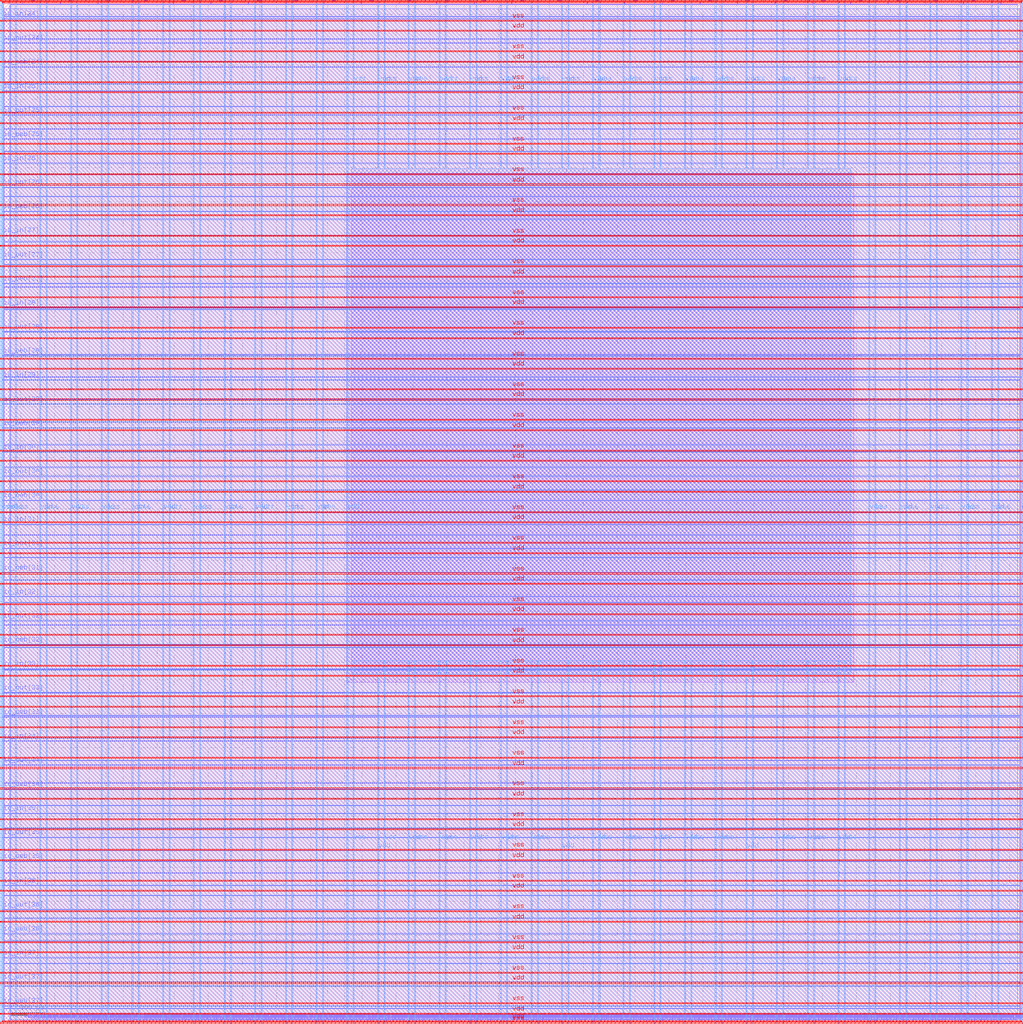
<source format=lef>
VERSION 5.7 ;
  NOWIREEXTENSIONATPIN ON ;
  DIVIDERCHAR "/" ;
  BUSBITCHARS "[]" ;
MACRO user_project_wrapper
  CLASS BLOCK ;
  FOREIGN user_project_wrapper ;
  ORIGIN 0.000 0.000 ;
  SIZE 2980.200 BY 2980.200 ;
  PIN io_in[0]
    DIRECTION INPUT ;
    USE SIGNAL ;
    PORT
      LAYER Metal3 ;
        RECT 2977.800 35.560 2985.000 36.680 ;
    END
  END io_in[0]
  PIN io_in[10]
    DIRECTION INPUT ;
    USE SIGNAL ;
    PORT
      LAYER Metal3 ;
        RECT 2977.800 2017.960 2985.000 2019.080 ;
    END
  END io_in[10]
  PIN io_in[11]
    DIRECTION INPUT ;
    USE SIGNAL ;
    PORT
      LAYER Metal3 ;
        RECT 2977.800 2216.200 2985.000 2217.320 ;
    END
  END io_in[11]
  PIN io_in[12]
    DIRECTION INPUT ;
    USE SIGNAL ;
    PORT
      LAYER Metal3 ;
        RECT 2977.800 2414.440 2985.000 2415.560 ;
    END
  END io_in[12]
  PIN io_in[13]
    DIRECTION INPUT ;
    USE SIGNAL ;
    PORT
      LAYER Metal3 ;
        RECT 2977.800 2612.680 2985.000 2613.800 ;
    END
  END io_in[13]
  PIN io_in[14]
    DIRECTION INPUT ;
    USE SIGNAL ;
    PORT
      LAYER Metal3 ;
        RECT 2977.800 2810.920 2985.000 2812.040 ;
    END
  END io_in[14]
  PIN io_in[15]
    DIRECTION INPUT ;
    USE SIGNAL ;
    PORT
      LAYER Metal2 ;
        RECT 2923.480 2977.800 2924.600 2985.000 ;
    END
  END io_in[15]
  PIN io_in[16]
    DIRECTION INPUT ;
    USE SIGNAL ;
    PORT
      LAYER Metal2 ;
        RECT 2592.520 2977.800 2593.640 2985.000 ;
    END
  END io_in[16]
  PIN io_in[17]
    DIRECTION INPUT ;
    USE SIGNAL ;
    PORT
      LAYER Metal2 ;
        RECT 2261.560 2977.800 2262.680 2985.000 ;
    END
  END io_in[17]
  PIN io_in[18]
    DIRECTION INPUT ;
    USE SIGNAL ;
    PORT
      LAYER Metal2 ;
        RECT 1930.600 2977.800 1931.720 2985.000 ;
    END
  END io_in[18]
  PIN io_in[19]
    DIRECTION INPUT ;
    USE SIGNAL ;
    PORT
      LAYER Metal2 ;
        RECT 1599.640 2977.800 1600.760 2985.000 ;
    END
  END io_in[19]
  PIN io_in[1]
    DIRECTION INPUT ;
    USE SIGNAL ;
    PORT
      LAYER Metal3 ;
        RECT 2977.800 233.800 2985.000 234.920 ;
    END
  END io_in[1]
  PIN io_in[20]
    DIRECTION INPUT ;
    USE SIGNAL ;
    PORT
      LAYER Metal2 ;
        RECT 1268.680 2977.800 1269.800 2985.000 ;
    END
  END io_in[20]
  PIN io_in[21]
    DIRECTION INPUT ;
    USE SIGNAL ;
    PORT
      LAYER Metal2 ;
        RECT 937.720 2977.800 938.840 2985.000 ;
    END
  END io_in[21]
  PIN io_in[22]
    DIRECTION INPUT ;
    USE SIGNAL ;
    PORT
      LAYER Metal2 ;
        RECT 606.760 2977.800 607.880 2985.000 ;
    END
  END io_in[22]
  PIN io_in[23]
    DIRECTION INPUT ;
    USE SIGNAL ;
    PORT
      LAYER Metal2 ;
        RECT 275.800 2977.800 276.920 2985.000 ;
    END
  END io_in[23]
  PIN io_in[24]
    DIRECTION INPUT ;
    USE SIGNAL ;
    PORT
      LAYER Metal3 ;
        RECT -4.800 2935.800 2.400 2936.920 ;
    END
  END io_in[24]
  PIN io_in[25]
    DIRECTION INPUT ;
    USE SIGNAL ;
    PORT
      LAYER Metal3 ;
        RECT -4.800 2724.120 2.400 2725.240 ;
    END
  END io_in[25]
  PIN io_in[26]
    DIRECTION INPUT ;
    USE SIGNAL ;
    PORT
      LAYER Metal3 ;
        RECT -4.800 2512.440 2.400 2513.560 ;
    END
  END io_in[26]
  PIN io_in[27]
    DIRECTION INPUT ;
    USE SIGNAL ;
    PORT
      LAYER Metal3 ;
        RECT -4.800 2300.760 2.400 2301.880 ;
    END
  END io_in[27]
  PIN io_in[28]
    DIRECTION INPUT ;
    USE SIGNAL ;
    PORT
      LAYER Metal3 ;
        RECT -4.800 2089.080 2.400 2090.200 ;
    END
  END io_in[28]
  PIN io_in[29]
    DIRECTION INPUT ;
    USE SIGNAL ;
    PORT
      LAYER Metal3 ;
        RECT -4.800 1877.400 2.400 1878.520 ;
    END
  END io_in[29]
  PIN io_in[2]
    DIRECTION INPUT ;
    USE SIGNAL ;
    PORT
      LAYER Metal3 ;
        RECT 2977.800 432.040 2985.000 433.160 ;
    END
  END io_in[2]
  PIN io_in[30]
    DIRECTION INPUT ;
    USE SIGNAL ;
    PORT
      LAYER Metal3 ;
        RECT -4.800 1665.720 2.400 1666.840 ;
    END
  END io_in[30]
  PIN io_in[31]
    DIRECTION INPUT ;
    USE SIGNAL ;
    PORT
      LAYER Metal3 ;
        RECT -4.800 1454.040 2.400 1455.160 ;
    END
  END io_in[31]
  PIN io_in[32]
    DIRECTION INPUT ;
    USE SIGNAL ;
    PORT
      LAYER Metal3 ;
        RECT -4.800 1242.360 2.400 1243.480 ;
    END
  END io_in[32]
  PIN io_in[33]
    DIRECTION INPUT ;
    USE SIGNAL ;
    PORT
      LAYER Metal3 ;
        RECT -4.800 1030.680 2.400 1031.800 ;
    END
  END io_in[33]
  PIN io_in[34]
    DIRECTION INPUT ;
    USE SIGNAL ;
    PORT
      LAYER Metal3 ;
        RECT -4.800 819.000 2.400 820.120 ;
    END
  END io_in[34]
  PIN io_in[35]
    DIRECTION INPUT ;
    USE SIGNAL ;
    PORT
      LAYER Metal3 ;
        RECT -4.800 607.320 2.400 608.440 ;
    END
  END io_in[35]
  PIN io_in[36]
    DIRECTION INPUT ;
    USE SIGNAL ;
    PORT
      LAYER Metal3 ;
        RECT -4.800 395.640 2.400 396.760 ;
    END
  END io_in[36]
  PIN io_in[37]
    DIRECTION INPUT ;
    USE SIGNAL ;
    PORT
      LAYER Metal3 ;
        RECT -4.800 183.960 2.400 185.080 ;
    END
  END io_in[37]
  PIN io_in[3]
    DIRECTION INPUT ;
    USE SIGNAL ;
    PORT
      LAYER Metal3 ;
        RECT 2977.800 630.280 2985.000 631.400 ;
    END
  END io_in[3]
  PIN io_in[4]
    DIRECTION INPUT ;
    USE SIGNAL ;
    PORT
      LAYER Metal3 ;
        RECT 2977.800 828.520 2985.000 829.640 ;
    END
  END io_in[4]
  PIN io_in[5]
    DIRECTION INPUT ;
    USE SIGNAL ;
    PORT
      LAYER Metal3 ;
        RECT 2977.800 1026.760 2985.000 1027.880 ;
    END
  END io_in[5]
  PIN io_in[6]
    DIRECTION INPUT ;
    USE SIGNAL ;
    PORT
      LAYER Metal3 ;
        RECT 2977.800 1225.000 2985.000 1226.120 ;
    END
  END io_in[6]
  PIN io_in[7]
    DIRECTION INPUT ;
    USE SIGNAL ;
    PORT
      LAYER Metal3 ;
        RECT 2977.800 1423.240 2985.000 1424.360 ;
    END
  END io_in[7]
  PIN io_in[8]
    DIRECTION INPUT ;
    USE SIGNAL ;
    PORT
      LAYER Metal3 ;
        RECT 2977.800 1621.480 2985.000 1622.600 ;
    END
  END io_in[8]
  PIN io_in[9]
    DIRECTION INPUT ;
    USE SIGNAL ;
    PORT
      LAYER Metal3 ;
        RECT 2977.800 1819.720 2985.000 1820.840 ;
    END
  END io_in[9]
  PIN io_oeb[0]
    DIRECTION OUTPUT TRISTATE ;
    USE SIGNAL ;
    PORT
      LAYER Metal3 ;
        RECT 2977.800 167.720 2985.000 168.840 ;
    END
  END io_oeb[0]
  PIN io_oeb[10]
    DIRECTION OUTPUT TRISTATE ;
    USE SIGNAL ;
    PORT
      LAYER Metal3 ;
        RECT 2977.800 2150.120 2985.000 2151.240 ;
    END
  END io_oeb[10]
  PIN io_oeb[11]
    DIRECTION OUTPUT TRISTATE ;
    USE SIGNAL ;
    PORT
      LAYER Metal3 ;
        RECT 2977.800 2348.360 2985.000 2349.480 ;
    END
  END io_oeb[11]
  PIN io_oeb[12]
    DIRECTION OUTPUT TRISTATE ;
    USE SIGNAL ;
    PORT
      LAYER Metal3 ;
        RECT 2977.800 2546.600 2985.000 2547.720 ;
    END
  END io_oeb[12]
  PIN io_oeb[13]
    DIRECTION OUTPUT TRISTATE ;
    USE SIGNAL ;
    PORT
      LAYER Metal3 ;
        RECT 2977.800 2744.840 2985.000 2745.960 ;
    END
  END io_oeb[13]
  PIN io_oeb[14]
    DIRECTION OUTPUT TRISTATE ;
    USE SIGNAL ;
    PORT
      LAYER Metal3 ;
        RECT 2977.800 2943.080 2985.000 2944.200 ;
    END
  END io_oeb[14]
  PIN io_oeb[15]
    DIRECTION OUTPUT TRISTATE ;
    USE SIGNAL ;
    PORT
      LAYER Metal2 ;
        RECT 2702.840 2977.800 2703.960 2985.000 ;
    END
  END io_oeb[15]
  PIN io_oeb[16]
    DIRECTION OUTPUT TRISTATE ;
    USE SIGNAL ;
    PORT
      LAYER Metal2 ;
        RECT 2371.880 2977.800 2373.000 2985.000 ;
    END
  END io_oeb[16]
  PIN io_oeb[17]
    DIRECTION OUTPUT TRISTATE ;
    USE SIGNAL ;
    PORT
      LAYER Metal2 ;
        RECT 2040.920 2977.800 2042.040 2985.000 ;
    END
  END io_oeb[17]
  PIN io_oeb[18]
    DIRECTION OUTPUT TRISTATE ;
    USE SIGNAL ;
    PORT
      LAYER Metal2 ;
        RECT 1709.960 2977.800 1711.080 2985.000 ;
    END
  END io_oeb[18]
  PIN io_oeb[19]
    DIRECTION OUTPUT TRISTATE ;
    USE SIGNAL ;
    PORT
      LAYER Metal2 ;
        RECT 1379.000 2977.800 1380.120 2985.000 ;
    END
  END io_oeb[19]
  PIN io_oeb[1]
    DIRECTION OUTPUT TRISTATE ;
    USE SIGNAL ;
    PORT
      LAYER Metal3 ;
        RECT 2977.800 365.960 2985.000 367.080 ;
    END
  END io_oeb[1]
  PIN io_oeb[20]
    DIRECTION OUTPUT TRISTATE ;
    USE SIGNAL ;
    PORT
      LAYER Metal2 ;
        RECT 1048.040 2977.800 1049.160 2985.000 ;
    END
  END io_oeb[20]
  PIN io_oeb[21]
    DIRECTION OUTPUT TRISTATE ;
    USE SIGNAL ;
    PORT
      LAYER Metal2 ;
        RECT 717.080 2977.800 718.200 2985.000 ;
    END
  END io_oeb[21]
  PIN io_oeb[22]
    DIRECTION OUTPUT TRISTATE ;
    USE SIGNAL ;
    PORT
      LAYER Metal2 ;
        RECT 386.120 2977.800 387.240 2985.000 ;
    END
  END io_oeb[22]
  PIN io_oeb[23]
    DIRECTION OUTPUT TRISTATE ;
    USE SIGNAL ;
    PORT
      LAYER Metal2 ;
        RECT 55.160 2977.800 56.280 2985.000 ;
    END
  END io_oeb[23]
  PIN io_oeb[24]
    DIRECTION OUTPUT TRISTATE ;
    USE SIGNAL ;
    PORT
      LAYER Metal3 ;
        RECT -4.800 2794.680 2.400 2795.800 ;
    END
  END io_oeb[24]
  PIN io_oeb[25]
    DIRECTION OUTPUT TRISTATE ;
    USE SIGNAL ;
    PORT
      LAYER Metal3 ;
        RECT -4.800 2583.000 2.400 2584.120 ;
    END
  END io_oeb[25]
  PIN io_oeb[26]
    DIRECTION OUTPUT TRISTATE ;
    USE SIGNAL ;
    PORT
      LAYER Metal3 ;
        RECT -4.800 2371.320 2.400 2372.440 ;
    END
  END io_oeb[26]
  PIN io_oeb[27]
    DIRECTION OUTPUT TRISTATE ;
    USE SIGNAL ;
    PORT
      LAYER Metal3 ;
        RECT -4.800 2159.640 2.400 2160.760 ;
    END
  END io_oeb[27]
  PIN io_oeb[28]
    DIRECTION OUTPUT TRISTATE ;
    USE SIGNAL ;
    PORT
      LAYER Metal3 ;
        RECT -4.800 1947.960 2.400 1949.080 ;
    END
  END io_oeb[28]
  PIN io_oeb[29]
    DIRECTION OUTPUT TRISTATE ;
    USE SIGNAL ;
    PORT
      LAYER Metal3 ;
        RECT -4.800 1736.280 2.400 1737.400 ;
    END
  END io_oeb[29]
  PIN io_oeb[2]
    DIRECTION OUTPUT TRISTATE ;
    USE SIGNAL ;
    PORT
      LAYER Metal3 ;
        RECT 2977.800 564.200 2985.000 565.320 ;
    END
  END io_oeb[2]
  PIN io_oeb[30]
    DIRECTION OUTPUT TRISTATE ;
    USE SIGNAL ;
    PORT
      LAYER Metal3 ;
        RECT -4.800 1524.600 2.400 1525.720 ;
    END
  END io_oeb[30]
  PIN io_oeb[31]
    DIRECTION OUTPUT TRISTATE ;
    USE SIGNAL ;
    PORT
      LAYER Metal3 ;
        RECT -4.800 1312.920 2.400 1314.040 ;
    END
  END io_oeb[31]
  PIN io_oeb[32]
    DIRECTION OUTPUT TRISTATE ;
    USE SIGNAL ;
    PORT
      LAYER Metal3 ;
        RECT -4.800 1101.240 2.400 1102.360 ;
    END
  END io_oeb[32]
  PIN io_oeb[33]
    DIRECTION OUTPUT TRISTATE ;
    USE SIGNAL ;
    PORT
      LAYER Metal3 ;
        RECT -4.800 889.560 2.400 890.680 ;
    END
  END io_oeb[33]
  PIN io_oeb[34]
    DIRECTION OUTPUT TRISTATE ;
    USE SIGNAL ;
    PORT
      LAYER Metal3 ;
        RECT -4.800 677.880 2.400 679.000 ;
    END
  END io_oeb[34]
  PIN io_oeb[35]
    DIRECTION OUTPUT TRISTATE ;
    USE SIGNAL ;
    PORT
      LAYER Metal3 ;
        RECT -4.800 466.200 2.400 467.320 ;
    END
  END io_oeb[35]
  PIN io_oeb[36]
    DIRECTION OUTPUT TRISTATE ;
    USE SIGNAL ;
    PORT
      LAYER Metal3 ;
        RECT -4.800 254.520 2.400 255.640 ;
    END
  END io_oeb[36]
  PIN io_oeb[37]
    DIRECTION OUTPUT TRISTATE ;
    USE SIGNAL ;
    PORT
      LAYER Metal3 ;
        RECT -4.800 42.840 2.400 43.960 ;
    END
  END io_oeb[37]
  PIN io_oeb[3]
    DIRECTION OUTPUT TRISTATE ;
    USE SIGNAL ;
    PORT
      LAYER Metal3 ;
        RECT 2977.800 762.440 2985.000 763.560 ;
    END
  END io_oeb[3]
  PIN io_oeb[4]
    DIRECTION OUTPUT TRISTATE ;
    USE SIGNAL ;
    PORT
      LAYER Metal3 ;
        RECT 2977.800 960.680 2985.000 961.800 ;
    END
  END io_oeb[4]
  PIN io_oeb[5]
    DIRECTION OUTPUT TRISTATE ;
    USE SIGNAL ;
    PORT
      LAYER Metal3 ;
        RECT 2977.800 1158.920 2985.000 1160.040 ;
    END
  END io_oeb[5]
  PIN io_oeb[6]
    DIRECTION OUTPUT TRISTATE ;
    USE SIGNAL ;
    PORT
      LAYER Metal3 ;
        RECT 2977.800 1357.160 2985.000 1358.280 ;
    END
  END io_oeb[6]
  PIN io_oeb[7]
    DIRECTION OUTPUT TRISTATE ;
    USE SIGNAL ;
    PORT
      LAYER Metal3 ;
        RECT 2977.800 1555.400 2985.000 1556.520 ;
    END
  END io_oeb[7]
  PIN io_oeb[8]
    DIRECTION OUTPUT TRISTATE ;
    USE SIGNAL ;
    PORT
      LAYER Metal3 ;
        RECT 2977.800 1753.640 2985.000 1754.760 ;
    END
  END io_oeb[8]
  PIN io_oeb[9]
    DIRECTION OUTPUT TRISTATE ;
    USE SIGNAL ;
    PORT
      LAYER Metal3 ;
        RECT 2977.800 1951.880 2985.000 1953.000 ;
    END
  END io_oeb[9]
  PIN io_out[0]
    DIRECTION OUTPUT TRISTATE ;
    USE SIGNAL ;
    PORT
      LAYER Metal3 ;
        RECT 2977.800 101.640 2985.000 102.760 ;
    END
  END io_out[0]
  PIN io_out[10]
    DIRECTION OUTPUT TRISTATE ;
    USE SIGNAL ;
    PORT
      LAYER Metal3 ;
        RECT 2977.800 2084.040 2985.000 2085.160 ;
    END
  END io_out[10]
  PIN io_out[11]
    DIRECTION OUTPUT TRISTATE ;
    USE SIGNAL ;
    PORT
      LAYER Metal3 ;
        RECT 2977.800 2282.280 2985.000 2283.400 ;
    END
  END io_out[11]
  PIN io_out[12]
    DIRECTION OUTPUT TRISTATE ;
    USE SIGNAL ;
    PORT
      LAYER Metal3 ;
        RECT 2977.800 2480.520 2985.000 2481.640 ;
    END
  END io_out[12]
  PIN io_out[13]
    DIRECTION OUTPUT TRISTATE ;
    USE SIGNAL ;
    PORT
      LAYER Metal3 ;
        RECT 2977.800 2678.760 2985.000 2679.880 ;
    END
  END io_out[13]
  PIN io_out[14]
    DIRECTION OUTPUT TRISTATE ;
    USE SIGNAL ;
    PORT
      LAYER Metal3 ;
        RECT 2977.800 2877.000 2985.000 2878.120 ;
    END
  END io_out[14]
  PIN io_out[15]
    DIRECTION OUTPUT TRISTATE ;
    USE SIGNAL ;
    PORT
      LAYER Metal2 ;
        RECT 2813.160 2977.800 2814.280 2985.000 ;
    END
  END io_out[15]
  PIN io_out[16]
    DIRECTION OUTPUT TRISTATE ;
    USE SIGNAL ;
    PORT
      LAYER Metal2 ;
        RECT 2482.200 2977.800 2483.320 2985.000 ;
    END
  END io_out[16]
  PIN io_out[17]
    DIRECTION OUTPUT TRISTATE ;
    USE SIGNAL ;
    PORT
      LAYER Metal2 ;
        RECT 2151.240 2977.800 2152.360 2985.000 ;
    END
  END io_out[17]
  PIN io_out[18]
    DIRECTION OUTPUT TRISTATE ;
    USE SIGNAL ;
    PORT
      LAYER Metal2 ;
        RECT 1820.280 2977.800 1821.400 2985.000 ;
    END
  END io_out[18]
  PIN io_out[19]
    DIRECTION OUTPUT TRISTATE ;
    USE SIGNAL ;
    PORT
      LAYER Metal2 ;
        RECT 1489.320 2977.800 1490.440 2985.000 ;
    END
  END io_out[19]
  PIN io_out[1]
    DIRECTION OUTPUT TRISTATE ;
    USE SIGNAL ;
    PORT
      LAYER Metal3 ;
        RECT 2977.800 299.880 2985.000 301.000 ;
    END
  END io_out[1]
  PIN io_out[20]
    DIRECTION OUTPUT TRISTATE ;
    USE SIGNAL ;
    PORT
      LAYER Metal2 ;
        RECT 1158.360 2977.800 1159.480 2985.000 ;
    END
  END io_out[20]
  PIN io_out[21]
    DIRECTION OUTPUT TRISTATE ;
    USE SIGNAL ;
    PORT
      LAYER Metal2 ;
        RECT 827.400 2977.800 828.520 2985.000 ;
    END
  END io_out[21]
  PIN io_out[22]
    DIRECTION OUTPUT TRISTATE ;
    USE SIGNAL ;
    PORT
      LAYER Metal2 ;
        RECT 496.440 2977.800 497.560 2985.000 ;
    END
  END io_out[22]
  PIN io_out[23]
    DIRECTION OUTPUT TRISTATE ;
    USE SIGNAL ;
    PORT
      LAYER Metal2 ;
        RECT 165.480 2977.800 166.600 2985.000 ;
    END
  END io_out[23]
  PIN io_out[24]
    DIRECTION OUTPUT TRISTATE ;
    USE SIGNAL ;
    PORT
      LAYER Metal3 ;
        RECT -4.800 2865.240 2.400 2866.360 ;
    END
  END io_out[24]
  PIN io_out[25]
    DIRECTION OUTPUT TRISTATE ;
    USE SIGNAL ;
    PORT
      LAYER Metal3 ;
        RECT -4.800 2653.560 2.400 2654.680 ;
    END
  END io_out[25]
  PIN io_out[26]
    DIRECTION OUTPUT TRISTATE ;
    USE SIGNAL ;
    PORT
      LAYER Metal3 ;
        RECT -4.800 2441.880 2.400 2443.000 ;
    END
  END io_out[26]
  PIN io_out[27]
    DIRECTION OUTPUT TRISTATE ;
    USE SIGNAL ;
    PORT
      LAYER Metal3 ;
        RECT -4.800 2230.200 2.400 2231.320 ;
    END
  END io_out[27]
  PIN io_out[28]
    DIRECTION OUTPUT TRISTATE ;
    USE SIGNAL ;
    PORT
      LAYER Metal3 ;
        RECT -4.800 2018.520 2.400 2019.640 ;
    END
  END io_out[28]
  PIN io_out[29]
    DIRECTION OUTPUT TRISTATE ;
    USE SIGNAL ;
    PORT
      LAYER Metal3 ;
        RECT -4.800 1806.840 2.400 1807.960 ;
    END
  END io_out[29]
  PIN io_out[2]
    DIRECTION OUTPUT TRISTATE ;
    USE SIGNAL ;
    PORT
      LAYER Metal3 ;
        RECT 2977.800 498.120 2985.000 499.240 ;
    END
  END io_out[2]
  PIN io_out[30]
    DIRECTION OUTPUT TRISTATE ;
    USE SIGNAL ;
    PORT
      LAYER Metal3 ;
        RECT -4.800 1595.160 2.400 1596.280 ;
    END
  END io_out[30]
  PIN io_out[31]
    DIRECTION OUTPUT TRISTATE ;
    USE SIGNAL ;
    PORT
      LAYER Metal3 ;
        RECT -4.800 1383.480 2.400 1384.600 ;
    END
  END io_out[31]
  PIN io_out[32]
    DIRECTION OUTPUT TRISTATE ;
    USE SIGNAL ;
    PORT
      LAYER Metal3 ;
        RECT -4.800 1171.800 2.400 1172.920 ;
    END
  END io_out[32]
  PIN io_out[33]
    DIRECTION OUTPUT TRISTATE ;
    USE SIGNAL ;
    PORT
      LAYER Metal3 ;
        RECT -4.800 960.120 2.400 961.240 ;
    END
  END io_out[33]
  PIN io_out[34]
    DIRECTION OUTPUT TRISTATE ;
    USE SIGNAL ;
    PORT
      LAYER Metal3 ;
        RECT -4.800 748.440 2.400 749.560 ;
    END
  END io_out[34]
  PIN io_out[35]
    DIRECTION OUTPUT TRISTATE ;
    USE SIGNAL ;
    PORT
      LAYER Metal3 ;
        RECT -4.800 536.760 2.400 537.880 ;
    END
  END io_out[35]
  PIN io_out[36]
    DIRECTION OUTPUT TRISTATE ;
    USE SIGNAL ;
    PORT
      LAYER Metal3 ;
        RECT -4.800 325.080 2.400 326.200 ;
    END
  END io_out[36]
  PIN io_out[37]
    DIRECTION OUTPUT TRISTATE ;
    USE SIGNAL ;
    PORT
      LAYER Metal3 ;
        RECT -4.800 113.400 2.400 114.520 ;
    END
  END io_out[37]
  PIN io_out[3]
    DIRECTION OUTPUT TRISTATE ;
    USE SIGNAL ;
    PORT
      LAYER Metal3 ;
        RECT 2977.800 696.360 2985.000 697.480 ;
    END
  END io_out[3]
  PIN io_out[4]
    DIRECTION OUTPUT TRISTATE ;
    USE SIGNAL ;
    PORT
      LAYER Metal3 ;
        RECT 2977.800 894.600 2985.000 895.720 ;
    END
  END io_out[4]
  PIN io_out[5]
    DIRECTION OUTPUT TRISTATE ;
    USE SIGNAL ;
    PORT
      LAYER Metal3 ;
        RECT 2977.800 1092.840 2985.000 1093.960 ;
    END
  END io_out[5]
  PIN io_out[6]
    DIRECTION OUTPUT TRISTATE ;
    USE SIGNAL ;
    PORT
      LAYER Metal3 ;
        RECT 2977.800 1291.080 2985.000 1292.200 ;
    END
  END io_out[6]
  PIN io_out[7]
    DIRECTION OUTPUT TRISTATE ;
    USE SIGNAL ;
    PORT
      LAYER Metal3 ;
        RECT 2977.800 1489.320 2985.000 1490.440 ;
    END
  END io_out[7]
  PIN io_out[8]
    DIRECTION OUTPUT TRISTATE ;
    USE SIGNAL ;
    PORT
      LAYER Metal3 ;
        RECT 2977.800 1687.560 2985.000 1688.680 ;
    END
  END io_out[8]
  PIN io_out[9]
    DIRECTION OUTPUT TRISTATE ;
    USE SIGNAL ;
    PORT
      LAYER Metal3 ;
        RECT 2977.800 1885.800 2985.000 1886.920 ;
    END
  END io_out[9]
  PIN la_data_in[0]
    DIRECTION INPUT ;
    USE SIGNAL ;
    PORT
      LAYER Metal2 ;
        RECT 1065.960 -4.800 1067.080 2.400 ;
    END
  END la_data_in[0]
  PIN la_data_in[10]
    DIRECTION INPUT ;
    USE SIGNAL ;
    PORT
      LAYER Metal2 ;
        RECT 1351.560 -4.800 1352.680 2.400 ;
    END
  END la_data_in[10]
  PIN la_data_in[11]
    DIRECTION INPUT ;
    USE SIGNAL ;
    PORT
      LAYER Metal2 ;
        RECT 1380.120 -4.800 1381.240 2.400 ;
    END
  END la_data_in[11]
  PIN la_data_in[12]
    DIRECTION INPUT ;
    USE SIGNAL ;
    PORT
      LAYER Metal2 ;
        RECT 1408.680 -4.800 1409.800 2.400 ;
    END
  END la_data_in[12]
  PIN la_data_in[13]
    DIRECTION INPUT ;
    USE SIGNAL ;
    PORT
      LAYER Metal2 ;
        RECT 1437.240 -4.800 1438.360 2.400 ;
    END
  END la_data_in[13]
  PIN la_data_in[14]
    DIRECTION INPUT ;
    USE SIGNAL ;
    PORT
      LAYER Metal2 ;
        RECT 1465.800 -4.800 1466.920 2.400 ;
    END
  END la_data_in[14]
  PIN la_data_in[15]
    DIRECTION INPUT ;
    USE SIGNAL ;
    PORT
      LAYER Metal2 ;
        RECT 1494.360 -4.800 1495.480 2.400 ;
    END
  END la_data_in[15]
  PIN la_data_in[16]
    DIRECTION INPUT ;
    USE SIGNAL ;
    PORT
      LAYER Metal2 ;
        RECT 1522.920 -4.800 1524.040 2.400 ;
    END
  END la_data_in[16]
  PIN la_data_in[17]
    DIRECTION INPUT ;
    USE SIGNAL ;
    PORT
      LAYER Metal2 ;
        RECT 1551.480 -4.800 1552.600 2.400 ;
    END
  END la_data_in[17]
  PIN la_data_in[18]
    DIRECTION INPUT ;
    USE SIGNAL ;
    PORT
      LAYER Metal2 ;
        RECT 1580.040 -4.800 1581.160 2.400 ;
    END
  END la_data_in[18]
  PIN la_data_in[19]
    DIRECTION INPUT ;
    USE SIGNAL ;
    PORT
      LAYER Metal2 ;
        RECT 1608.600 -4.800 1609.720 2.400 ;
    END
  END la_data_in[19]
  PIN la_data_in[1]
    DIRECTION INPUT ;
    USE SIGNAL ;
    PORT
      LAYER Metal2 ;
        RECT 1094.520 -4.800 1095.640 2.400 ;
    END
  END la_data_in[1]
  PIN la_data_in[20]
    DIRECTION INPUT ;
    USE SIGNAL ;
    PORT
      LAYER Metal2 ;
        RECT 1637.160 -4.800 1638.280 2.400 ;
    END
  END la_data_in[20]
  PIN la_data_in[21]
    DIRECTION INPUT ;
    USE SIGNAL ;
    PORT
      LAYER Metal2 ;
        RECT 1665.720 -4.800 1666.840 2.400 ;
    END
  END la_data_in[21]
  PIN la_data_in[22]
    DIRECTION INPUT ;
    USE SIGNAL ;
    PORT
      LAYER Metal2 ;
        RECT 1694.280 -4.800 1695.400 2.400 ;
    END
  END la_data_in[22]
  PIN la_data_in[23]
    DIRECTION INPUT ;
    USE SIGNAL ;
    PORT
      LAYER Metal2 ;
        RECT 1722.840 -4.800 1723.960 2.400 ;
    END
  END la_data_in[23]
  PIN la_data_in[24]
    DIRECTION INPUT ;
    USE SIGNAL ;
    PORT
      LAYER Metal2 ;
        RECT 1751.400 -4.800 1752.520 2.400 ;
    END
  END la_data_in[24]
  PIN la_data_in[25]
    DIRECTION INPUT ;
    USE SIGNAL ;
    PORT
      LAYER Metal2 ;
        RECT 1779.960 -4.800 1781.080 2.400 ;
    END
  END la_data_in[25]
  PIN la_data_in[26]
    DIRECTION INPUT ;
    USE SIGNAL ;
    PORT
      LAYER Metal2 ;
        RECT 1808.520 -4.800 1809.640 2.400 ;
    END
  END la_data_in[26]
  PIN la_data_in[27]
    DIRECTION INPUT ;
    USE SIGNAL ;
    PORT
      LAYER Metal2 ;
        RECT 1837.080 -4.800 1838.200 2.400 ;
    END
  END la_data_in[27]
  PIN la_data_in[28]
    DIRECTION INPUT ;
    USE SIGNAL ;
    PORT
      LAYER Metal2 ;
        RECT 1865.640 -4.800 1866.760 2.400 ;
    END
  END la_data_in[28]
  PIN la_data_in[29]
    DIRECTION INPUT ;
    USE SIGNAL ;
    PORT
      LAYER Metal2 ;
        RECT 1894.200 -4.800 1895.320 2.400 ;
    END
  END la_data_in[29]
  PIN la_data_in[2]
    DIRECTION INPUT ;
    USE SIGNAL ;
    PORT
      LAYER Metal2 ;
        RECT 1123.080 -4.800 1124.200 2.400 ;
    END
  END la_data_in[2]
  PIN la_data_in[30]
    DIRECTION INPUT ;
    USE SIGNAL ;
    PORT
      LAYER Metal2 ;
        RECT 1922.760 -4.800 1923.880 2.400 ;
    END
  END la_data_in[30]
  PIN la_data_in[31]
    DIRECTION INPUT ;
    USE SIGNAL ;
    PORT
      LAYER Metal2 ;
        RECT 1951.320 -4.800 1952.440 2.400 ;
    END
  END la_data_in[31]
  PIN la_data_in[32]
    DIRECTION INPUT ;
    USE SIGNAL ;
    PORT
      LAYER Metal2 ;
        RECT 1979.880 -4.800 1981.000 2.400 ;
    END
  END la_data_in[32]
  PIN la_data_in[33]
    DIRECTION INPUT ;
    USE SIGNAL ;
    PORT
      LAYER Metal2 ;
        RECT 2008.440 -4.800 2009.560 2.400 ;
    END
  END la_data_in[33]
  PIN la_data_in[34]
    DIRECTION INPUT ;
    USE SIGNAL ;
    PORT
      LAYER Metal2 ;
        RECT 2037.000 -4.800 2038.120 2.400 ;
    END
  END la_data_in[34]
  PIN la_data_in[35]
    DIRECTION INPUT ;
    USE SIGNAL ;
    PORT
      LAYER Metal2 ;
        RECT 2065.560 -4.800 2066.680 2.400 ;
    END
  END la_data_in[35]
  PIN la_data_in[36]
    DIRECTION INPUT ;
    USE SIGNAL ;
    PORT
      LAYER Metal2 ;
        RECT 2094.120 -4.800 2095.240 2.400 ;
    END
  END la_data_in[36]
  PIN la_data_in[37]
    DIRECTION INPUT ;
    USE SIGNAL ;
    PORT
      LAYER Metal2 ;
        RECT 2122.680 -4.800 2123.800 2.400 ;
    END
  END la_data_in[37]
  PIN la_data_in[38]
    DIRECTION INPUT ;
    USE SIGNAL ;
    PORT
      LAYER Metal2 ;
        RECT 2151.240 -4.800 2152.360 2.400 ;
    END
  END la_data_in[38]
  PIN la_data_in[39]
    DIRECTION INPUT ;
    USE SIGNAL ;
    PORT
      LAYER Metal2 ;
        RECT 2179.800 -4.800 2180.920 2.400 ;
    END
  END la_data_in[39]
  PIN la_data_in[3]
    DIRECTION INPUT ;
    USE SIGNAL ;
    PORT
      LAYER Metal2 ;
        RECT 1151.640 -4.800 1152.760 2.400 ;
    END
  END la_data_in[3]
  PIN la_data_in[40]
    DIRECTION INPUT ;
    USE SIGNAL ;
    PORT
      LAYER Metal2 ;
        RECT 2208.360 -4.800 2209.480 2.400 ;
    END
  END la_data_in[40]
  PIN la_data_in[41]
    DIRECTION INPUT ;
    USE SIGNAL ;
    PORT
      LAYER Metal2 ;
        RECT 2236.920 -4.800 2238.040 2.400 ;
    END
  END la_data_in[41]
  PIN la_data_in[42]
    DIRECTION INPUT ;
    USE SIGNAL ;
    PORT
      LAYER Metal2 ;
        RECT 2265.480 -4.800 2266.600 2.400 ;
    END
  END la_data_in[42]
  PIN la_data_in[43]
    DIRECTION INPUT ;
    USE SIGNAL ;
    PORT
      LAYER Metal2 ;
        RECT 2294.040 -4.800 2295.160 2.400 ;
    END
  END la_data_in[43]
  PIN la_data_in[44]
    DIRECTION INPUT ;
    USE SIGNAL ;
    PORT
      LAYER Metal2 ;
        RECT 2322.600 -4.800 2323.720 2.400 ;
    END
  END la_data_in[44]
  PIN la_data_in[45]
    DIRECTION INPUT ;
    USE SIGNAL ;
    PORT
      LAYER Metal2 ;
        RECT 2351.160 -4.800 2352.280 2.400 ;
    END
  END la_data_in[45]
  PIN la_data_in[46]
    DIRECTION INPUT ;
    USE SIGNAL ;
    PORT
      LAYER Metal2 ;
        RECT 2379.720 -4.800 2380.840 2.400 ;
    END
  END la_data_in[46]
  PIN la_data_in[47]
    DIRECTION INPUT ;
    USE SIGNAL ;
    PORT
      LAYER Metal2 ;
        RECT 2408.280 -4.800 2409.400 2.400 ;
    END
  END la_data_in[47]
  PIN la_data_in[48]
    DIRECTION INPUT ;
    USE SIGNAL ;
    PORT
      LAYER Metal2 ;
        RECT 2436.840 -4.800 2437.960 2.400 ;
    END
  END la_data_in[48]
  PIN la_data_in[49]
    DIRECTION INPUT ;
    USE SIGNAL ;
    PORT
      LAYER Metal2 ;
        RECT 2465.400 -4.800 2466.520 2.400 ;
    END
  END la_data_in[49]
  PIN la_data_in[4]
    DIRECTION INPUT ;
    USE SIGNAL ;
    PORT
      LAYER Metal2 ;
        RECT 1180.200 -4.800 1181.320 2.400 ;
    END
  END la_data_in[4]
  PIN la_data_in[50]
    DIRECTION INPUT ;
    USE SIGNAL ;
    PORT
      LAYER Metal2 ;
        RECT 2493.960 -4.800 2495.080 2.400 ;
    END
  END la_data_in[50]
  PIN la_data_in[51]
    DIRECTION INPUT ;
    USE SIGNAL ;
    PORT
      LAYER Metal2 ;
        RECT 2522.520 -4.800 2523.640 2.400 ;
    END
  END la_data_in[51]
  PIN la_data_in[52]
    DIRECTION INPUT ;
    USE SIGNAL ;
    PORT
      LAYER Metal2 ;
        RECT 2551.080 -4.800 2552.200 2.400 ;
    END
  END la_data_in[52]
  PIN la_data_in[53]
    DIRECTION INPUT ;
    USE SIGNAL ;
    PORT
      LAYER Metal2 ;
        RECT 2579.640 -4.800 2580.760 2.400 ;
    END
  END la_data_in[53]
  PIN la_data_in[54]
    DIRECTION INPUT ;
    USE SIGNAL ;
    PORT
      LAYER Metal2 ;
        RECT 2608.200 -4.800 2609.320 2.400 ;
    END
  END la_data_in[54]
  PIN la_data_in[55]
    DIRECTION INPUT ;
    USE SIGNAL ;
    PORT
      LAYER Metal2 ;
        RECT 2636.760 -4.800 2637.880 2.400 ;
    END
  END la_data_in[55]
  PIN la_data_in[56]
    DIRECTION INPUT ;
    USE SIGNAL ;
    PORT
      LAYER Metal2 ;
        RECT 2665.320 -4.800 2666.440 2.400 ;
    END
  END la_data_in[56]
  PIN la_data_in[57]
    DIRECTION INPUT ;
    USE SIGNAL ;
    PORT
      LAYER Metal2 ;
        RECT 2693.880 -4.800 2695.000 2.400 ;
    END
  END la_data_in[57]
  PIN la_data_in[58]
    DIRECTION INPUT ;
    USE SIGNAL ;
    PORT
      LAYER Metal2 ;
        RECT 2722.440 -4.800 2723.560 2.400 ;
    END
  END la_data_in[58]
  PIN la_data_in[59]
    DIRECTION INPUT ;
    USE SIGNAL ;
    PORT
      LAYER Metal2 ;
        RECT 2751.000 -4.800 2752.120 2.400 ;
    END
  END la_data_in[59]
  PIN la_data_in[5]
    DIRECTION INPUT ;
    USE SIGNAL ;
    PORT
      LAYER Metal2 ;
        RECT 1208.760 -4.800 1209.880 2.400 ;
    END
  END la_data_in[5]
  PIN la_data_in[60]
    DIRECTION INPUT ;
    USE SIGNAL ;
    PORT
      LAYER Metal2 ;
        RECT 2779.560 -4.800 2780.680 2.400 ;
    END
  END la_data_in[60]
  PIN la_data_in[61]
    DIRECTION INPUT ;
    USE SIGNAL ;
    PORT
      LAYER Metal2 ;
        RECT 2808.120 -4.800 2809.240 2.400 ;
    END
  END la_data_in[61]
  PIN la_data_in[62]
    DIRECTION INPUT ;
    USE SIGNAL ;
    PORT
      LAYER Metal2 ;
        RECT 2836.680 -4.800 2837.800 2.400 ;
    END
  END la_data_in[62]
  PIN la_data_in[63]
    DIRECTION INPUT ;
    USE SIGNAL ;
    PORT
      LAYER Metal2 ;
        RECT 2865.240 -4.800 2866.360 2.400 ;
    END
  END la_data_in[63]
  PIN la_data_in[6]
    DIRECTION INPUT ;
    USE SIGNAL ;
    PORT
      LAYER Metal2 ;
        RECT 1237.320 -4.800 1238.440 2.400 ;
    END
  END la_data_in[6]
  PIN la_data_in[7]
    DIRECTION INPUT ;
    USE SIGNAL ;
    PORT
      LAYER Metal2 ;
        RECT 1265.880 -4.800 1267.000 2.400 ;
    END
  END la_data_in[7]
  PIN la_data_in[8]
    DIRECTION INPUT ;
    USE SIGNAL ;
    PORT
      LAYER Metal2 ;
        RECT 1294.440 -4.800 1295.560 2.400 ;
    END
  END la_data_in[8]
  PIN la_data_in[9]
    DIRECTION INPUT ;
    USE SIGNAL ;
    PORT
      LAYER Metal2 ;
        RECT 1323.000 -4.800 1324.120 2.400 ;
    END
  END la_data_in[9]
  PIN la_data_out[0]
    DIRECTION OUTPUT TRISTATE ;
    USE SIGNAL ;
    PORT
      LAYER Metal2 ;
        RECT 1075.480 -4.800 1076.600 2.400 ;
    END
  END la_data_out[0]
  PIN la_data_out[10]
    DIRECTION OUTPUT TRISTATE ;
    USE SIGNAL ;
    PORT
      LAYER Metal2 ;
        RECT 1361.080 -4.800 1362.200 2.400 ;
    END
  END la_data_out[10]
  PIN la_data_out[11]
    DIRECTION OUTPUT TRISTATE ;
    USE SIGNAL ;
    PORT
      LAYER Metal2 ;
        RECT 1389.640 -4.800 1390.760 2.400 ;
    END
  END la_data_out[11]
  PIN la_data_out[12]
    DIRECTION OUTPUT TRISTATE ;
    USE SIGNAL ;
    PORT
      LAYER Metal2 ;
        RECT 1418.200 -4.800 1419.320 2.400 ;
    END
  END la_data_out[12]
  PIN la_data_out[13]
    DIRECTION OUTPUT TRISTATE ;
    USE SIGNAL ;
    PORT
      LAYER Metal2 ;
        RECT 1446.760 -4.800 1447.880 2.400 ;
    END
  END la_data_out[13]
  PIN la_data_out[14]
    DIRECTION OUTPUT TRISTATE ;
    USE SIGNAL ;
    PORT
      LAYER Metal2 ;
        RECT 1475.320 -4.800 1476.440 2.400 ;
    END
  END la_data_out[14]
  PIN la_data_out[15]
    DIRECTION OUTPUT TRISTATE ;
    USE SIGNAL ;
    PORT
      LAYER Metal2 ;
        RECT 1503.880 -4.800 1505.000 2.400 ;
    END
  END la_data_out[15]
  PIN la_data_out[16]
    DIRECTION OUTPUT TRISTATE ;
    USE SIGNAL ;
    PORT
      LAYER Metal2 ;
        RECT 1532.440 -4.800 1533.560 2.400 ;
    END
  END la_data_out[16]
  PIN la_data_out[17]
    DIRECTION OUTPUT TRISTATE ;
    USE SIGNAL ;
    PORT
      LAYER Metal2 ;
        RECT 1561.000 -4.800 1562.120 2.400 ;
    END
  END la_data_out[17]
  PIN la_data_out[18]
    DIRECTION OUTPUT TRISTATE ;
    USE SIGNAL ;
    PORT
      LAYER Metal2 ;
        RECT 1589.560 -4.800 1590.680 2.400 ;
    END
  END la_data_out[18]
  PIN la_data_out[19]
    DIRECTION OUTPUT TRISTATE ;
    USE SIGNAL ;
    PORT
      LAYER Metal2 ;
        RECT 1618.120 -4.800 1619.240 2.400 ;
    END
  END la_data_out[19]
  PIN la_data_out[1]
    DIRECTION OUTPUT TRISTATE ;
    USE SIGNAL ;
    PORT
      LAYER Metal2 ;
        RECT 1104.040 -4.800 1105.160 2.400 ;
    END
  END la_data_out[1]
  PIN la_data_out[20]
    DIRECTION OUTPUT TRISTATE ;
    USE SIGNAL ;
    PORT
      LAYER Metal2 ;
        RECT 1646.680 -4.800 1647.800 2.400 ;
    END
  END la_data_out[20]
  PIN la_data_out[21]
    DIRECTION OUTPUT TRISTATE ;
    USE SIGNAL ;
    PORT
      LAYER Metal2 ;
        RECT 1675.240 -4.800 1676.360 2.400 ;
    END
  END la_data_out[21]
  PIN la_data_out[22]
    DIRECTION OUTPUT TRISTATE ;
    USE SIGNAL ;
    PORT
      LAYER Metal2 ;
        RECT 1703.800 -4.800 1704.920 2.400 ;
    END
  END la_data_out[22]
  PIN la_data_out[23]
    DIRECTION OUTPUT TRISTATE ;
    USE SIGNAL ;
    PORT
      LAYER Metal2 ;
        RECT 1732.360 -4.800 1733.480 2.400 ;
    END
  END la_data_out[23]
  PIN la_data_out[24]
    DIRECTION OUTPUT TRISTATE ;
    USE SIGNAL ;
    PORT
      LAYER Metal2 ;
        RECT 1760.920 -4.800 1762.040 2.400 ;
    END
  END la_data_out[24]
  PIN la_data_out[25]
    DIRECTION OUTPUT TRISTATE ;
    USE SIGNAL ;
    PORT
      LAYER Metal2 ;
        RECT 1789.480 -4.800 1790.600 2.400 ;
    END
  END la_data_out[25]
  PIN la_data_out[26]
    DIRECTION OUTPUT TRISTATE ;
    USE SIGNAL ;
    PORT
      LAYER Metal2 ;
        RECT 1818.040 -4.800 1819.160 2.400 ;
    END
  END la_data_out[26]
  PIN la_data_out[27]
    DIRECTION OUTPUT TRISTATE ;
    USE SIGNAL ;
    PORT
      LAYER Metal2 ;
        RECT 1846.600 -4.800 1847.720 2.400 ;
    END
  END la_data_out[27]
  PIN la_data_out[28]
    DIRECTION OUTPUT TRISTATE ;
    USE SIGNAL ;
    PORT
      LAYER Metal2 ;
        RECT 1875.160 -4.800 1876.280 2.400 ;
    END
  END la_data_out[28]
  PIN la_data_out[29]
    DIRECTION OUTPUT TRISTATE ;
    USE SIGNAL ;
    PORT
      LAYER Metal2 ;
        RECT 1903.720 -4.800 1904.840 2.400 ;
    END
  END la_data_out[29]
  PIN la_data_out[2]
    DIRECTION OUTPUT TRISTATE ;
    USE SIGNAL ;
    PORT
      LAYER Metal2 ;
        RECT 1132.600 -4.800 1133.720 2.400 ;
    END
  END la_data_out[2]
  PIN la_data_out[30]
    DIRECTION OUTPUT TRISTATE ;
    USE SIGNAL ;
    PORT
      LAYER Metal2 ;
        RECT 1932.280 -4.800 1933.400 2.400 ;
    END
  END la_data_out[30]
  PIN la_data_out[31]
    DIRECTION OUTPUT TRISTATE ;
    USE SIGNAL ;
    PORT
      LAYER Metal2 ;
        RECT 1960.840 -4.800 1961.960 2.400 ;
    END
  END la_data_out[31]
  PIN la_data_out[32]
    DIRECTION OUTPUT TRISTATE ;
    USE SIGNAL ;
    PORT
      LAYER Metal2 ;
        RECT 1989.400 -4.800 1990.520 2.400 ;
    END
  END la_data_out[32]
  PIN la_data_out[33]
    DIRECTION OUTPUT TRISTATE ;
    USE SIGNAL ;
    PORT
      LAYER Metal2 ;
        RECT 2017.960 -4.800 2019.080 2.400 ;
    END
  END la_data_out[33]
  PIN la_data_out[34]
    DIRECTION OUTPUT TRISTATE ;
    USE SIGNAL ;
    PORT
      LAYER Metal2 ;
        RECT 2046.520 -4.800 2047.640 2.400 ;
    END
  END la_data_out[34]
  PIN la_data_out[35]
    DIRECTION OUTPUT TRISTATE ;
    USE SIGNAL ;
    PORT
      LAYER Metal2 ;
        RECT 2075.080 -4.800 2076.200 2.400 ;
    END
  END la_data_out[35]
  PIN la_data_out[36]
    DIRECTION OUTPUT TRISTATE ;
    USE SIGNAL ;
    PORT
      LAYER Metal2 ;
        RECT 2103.640 -4.800 2104.760 2.400 ;
    END
  END la_data_out[36]
  PIN la_data_out[37]
    DIRECTION OUTPUT TRISTATE ;
    USE SIGNAL ;
    PORT
      LAYER Metal2 ;
        RECT 2132.200 -4.800 2133.320 2.400 ;
    END
  END la_data_out[37]
  PIN la_data_out[38]
    DIRECTION OUTPUT TRISTATE ;
    USE SIGNAL ;
    PORT
      LAYER Metal2 ;
        RECT 2160.760 -4.800 2161.880 2.400 ;
    END
  END la_data_out[38]
  PIN la_data_out[39]
    DIRECTION OUTPUT TRISTATE ;
    USE SIGNAL ;
    PORT
      LAYER Metal2 ;
        RECT 2189.320 -4.800 2190.440 2.400 ;
    END
  END la_data_out[39]
  PIN la_data_out[3]
    DIRECTION OUTPUT TRISTATE ;
    USE SIGNAL ;
    PORT
      LAYER Metal2 ;
        RECT 1161.160 -4.800 1162.280 2.400 ;
    END
  END la_data_out[3]
  PIN la_data_out[40]
    DIRECTION OUTPUT TRISTATE ;
    USE SIGNAL ;
    PORT
      LAYER Metal2 ;
        RECT 2217.880 -4.800 2219.000 2.400 ;
    END
  END la_data_out[40]
  PIN la_data_out[41]
    DIRECTION OUTPUT TRISTATE ;
    USE SIGNAL ;
    PORT
      LAYER Metal2 ;
        RECT 2246.440 -4.800 2247.560 2.400 ;
    END
  END la_data_out[41]
  PIN la_data_out[42]
    DIRECTION OUTPUT TRISTATE ;
    USE SIGNAL ;
    PORT
      LAYER Metal2 ;
        RECT 2275.000 -4.800 2276.120 2.400 ;
    END
  END la_data_out[42]
  PIN la_data_out[43]
    DIRECTION OUTPUT TRISTATE ;
    USE SIGNAL ;
    PORT
      LAYER Metal2 ;
        RECT 2303.560 -4.800 2304.680 2.400 ;
    END
  END la_data_out[43]
  PIN la_data_out[44]
    DIRECTION OUTPUT TRISTATE ;
    USE SIGNAL ;
    PORT
      LAYER Metal2 ;
        RECT 2332.120 -4.800 2333.240 2.400 ;
    END
  END la_data_out[44]
  PIN la_data_out[45]
    DIRECTION OUTPUT TRISTATE ;
    USE SIGNAL ;
    PORT
      LAYER Metal2 ;
        RECT 2360.680 -4.800 2361.800 2.400 ;
    END
  END la_data_out[45]
  PIN la_data_out[46]
    DIRECTION OUTPUT TRISTATE ;
    USE SIGNAL ;
    PORT
      LAYER Metal2 ;
        RECT 2389.240 -4.800 2390.360 2.400 ;
    END
  END la_data_out[46]
  PIN la_data_out[47]
    DIRECTION OUTPUT TRISTATE ;
    USE SIGNAL ;
    PORT
      LAYER Metal2 ;
        RECT 2417.800 -4.800 2418.920 2.400 ;
    END
  END la_data_out[47]
  PIN la_data_out[48]
    DIRECTION OUTPUT TRISTATE ;
    USE SIGNAL ;
    PORT
      LAYER Metal2 ;
        RECT 2446.360 -4.800 2447.480 2.400 ;
    END
  END la_data_out[48]
  PIN la_data_out[49]
    DIRECTION OUTPUT TRISTATE ;
    USE SIGNAL ;
    PORT
      LAYER Metal2 ;
        RECT 2474.920 -4.800 2476.040 2.400 ;
    END
  END la_data_out[49]
  PIN la_data_out[4]
    DIRECTION OUTPUT TRISTATE ;
    USE SIGNAL ;
    PORT
      LAYER Metal2 ;
        RECT 1189.720 -4.800 1190.840 2.400 ;
    END
  END la_data_out[4]
  PIN la_data_out[50]
    DIRECTION OUTPUT TRISTATE ;
    USE SIGNAL ;
    PORT
      LAYER Metal2 ;
        RECT 2503.480 -4.800 2504.600 2.400 ;
    END
  END la_data_out[50]
  PIN la_data_out[51]
    DIRECTION OUTPUT TRISTATE ;
    USE SIGNAL ;
    PORT
      LAYER Metal2 ;
        RECT 2532.040 -4.800 2533.160 2.400 ;
    END
  END la_data_out[51]
  PIN la_data_out[52]
    DIRECTION OUTPUT TRISTATE ;
    USE SIGNAL ;
    PORT
      LAYER Metal2 ;
        RECT 2560.600 -4.800 2561.720 2.400 ;
    END
  END la_data_out[52]
  PIN la_data_out[53]
    DIRECTION OUTPUT TRISTATE ;
    USE SIGNAL ;
    PORT
      LAYER Metal2 ;
        RECT 2589.160 -4.800 2590.280 2.400 ;
    END
  END la_data_out[53]
  PIN la_data_out[54]
    DIRECTION OUTPUT TRISTATE ;
    USE SIGNAL ;
    PORT
      LAYER Metal2 ;
        RECT 2617.720 -4.800 2618.840 2.400 ;
    END
  END la_data_out[54]
  PIN la_data_out[55]
    DIRECTION OUTPUT TRISTATE ;
    USE SIGNAL ;
    PORT
      LAYER Metal2 ;
        RECT 2646.280 -4.800 2647.400 2.400 ;
    END
  END la_data_out[55]
  PIN la_data_out[56]
    DIRECTION OUTPUT TRISTATE ;
    USE SIGNAL ;
    PORT
      LAYER Metal2 ;
        RECT 2674.840 -4.800 2675.960 2.400 ;
    END
  END la_data_out[56]
  PIN la_data_out[57]
    DIRECTION OUTPUT TRISTATE ;
    USE SIGNAL ;
    PORT
      LAYER Metal2 ;
        RECT 2703.400 -4.800 2704.520 2.400 ;
    END
  END la_data_out[57]
  PIN la_data_out[58]
    DIRECTION OUTPUT TRISTATE ;
    USE SIGNAL ;
    PORT
      LAYER Metal2 ;
        RECT 2731.960 -4.800 2733.080 2.400 ;
    END
  END la_data_out[58]
  PIN la_data_out[59]
    DIRECTION OUTPUT TRISTATE ;
    USE SIGNAL ;
    PORT
      LAYER Metal2 ;
        RECT 2760.520 -4.800 2761.640 2.400 ;
    END
  END la_data_out[59]
  PIN la_data_out[5]
    DIRECTION OUTPUT TRISTATE ;
    USE SIGNAL ;
    PORT
      LAYER Metal2 ;
        RECT 1218.280 -4.800 1219.400 2.400 ;
    END
  END la_data_out[5]
  PIN la_data_out[60]
    DIRECTION OUTPUT TRISTATE ;
    USE SIGNAL ;
    PORT
      LAYER Metal2 ;
        RECT 2789.080 -4.800 2790.200 2.400 ;
    END
  END la_data_out[60]
  PIN la_data_out[61]
    DIRECTION OUTPUT TRISTATE ;
    USE SIGNAL ;
    PORT
      LAYER Metal2 ;
        RECT 2817.640 -4.800 2818.760 2.400 ;
    END
  END la_data_out[61]
  PIN la_data_out[62]
    DIRECTION OUTPUT TRISTATE ;
    USE SIGNAL ;
    PORT
      LAYER Metal2 ;
        RECT 2846.200 -4.800 2847.320 2.400 ;
    END
  END la_data_out[62]
  PIN la_data_out[63]
    DIRECTION OUTPUT TRISTATE ;
    USE SIGNAL ;
    PORT
      LAYER Metal2 ;
        RECT 2874.760 -4.800 2875.880 2.400 ;
    END
  END la_data_out[63]
  PIN la_data_out[6]
    DIRECTION OUTPUT TRISTATE ;
    USE SIGNAL ;
    PORT
      LAYER Metal2 ;
        RECT 1246.840 -4.800 1247.960 2.400 ;
    END
  END la_data_out[6]
  PIN la_data_out[7]
    DIRECTION OUTPUT TRISTATE ;
    USE SIGNAL ;
    PORT
      LAYER Metal2 ;
        RECT 1275.400 -4.800 1276.520 2.400 ;
    END
  END la_data_out[7]
  PIN la_data_out[8]
    DIRECTION OUTPUT TRISTATE ;
    USE SIGNAL ;
    PORT
      LAYER Metal2 ;
        RECT 1303.960 -4.800 1305.080 2.400 ;
    END
  END la_data_out[8]
  PIN la_data_out[9]
    DIRECTION OUTPUT TRISTATE ;
    USE SIGNAL ;
    PORT
      LAYER Metal2 ;
        RECT 1332.520 -4.800 1333.640 2.400 ;
    END
  END la_data_out[9]
  PIN la_oenb[0]
    DIRECTION INPUT ;
    USE SIGNAL ;
    PORT
      LAYER Metal2 ;
        RECT 1085.000 -4.800 1086.120 2.400 ;
    END
  END la_oenb[0]
  PIN la_oenb[10]
    DIRECTION INPUT ;
    USE SIGNAL ;
    PORT
      LAYER Metal2 ;
        RECT 1370.600 -4.800 1371.720 2.400 ;
    END
  END la_oenb[10]
  PIN la_oenb[11]
    DIRECTION INPUT ;
    USE SIGNAL ;
    PORT
      LAYER Metal2 ;
        RECT 1399.160 -4.800 1400.280 2.400 ;
    END
  END la_oenb[11]
  PIN la_oenb[12]
    DIRECTION INPUT ;
    USE SIGNAL ;
    PORT
      LAYER Metal2 ;
        RECT 1427.720 -4.800 1428.840 2.400 ;
    END
  END la_oenb[12]
  PIN la_oenb[13]
    DIRECTION INPUT ;
    USE SIGNAL ;
    PORT
      LAYER Metal2 ;
        RECT 1456.280 -4.800 1457.400 2.400 ;
    END
  END la_oenb[13]
  PIN la_oenb[14]
    DIRECTION INPUT ;
    USE SIGNAL ;
    PORT
      LAYER Metal2 ;
        RECT 1484.840 -4.800 1485.960 2.400 ;
    END
  END la_oenb[14]
  PIN la_oenb[15]
    DIRECTION INPUT ;
    USE SIGNAL ;
    PORT
      LAYER Metal2 ;
        RECT 1513.400 -4.800 1514.520 2.400 ;
    END
  END la_oenb[15]
  PIN la_oenb[16]
    DIRECTION INPUT ;
    USE SIGNAL ;
    PORT
      LAYER Metal2 ;
        RECT 1541.960 -4.800 1543.080 2.400 ;
    END
  END la_oenb[16]
  PIN la_oenb[17]
    DIRECTION INPUT ;
    USE SIGNAL ;
    PORT
      LAYER Metal2 ;
        RECT 1570.520 -4.800 1571.640 2.400 ;
    END
  END la_oenb[17]
  PIN la_oenb[18]
    DIRECTION INPUT ;
    USE SIGNAL ;
    PORT
      LAYER Metal2 ;
        RECT 1599.080 -4.800 1600.200 2.400 ;
    END
  END la_oenb[18]
  PIN la_oenb[19]
    DIRECTION INPUT ;
    USE SIGNAL ;
    PORT
      LAYER Metal2 ;
        RECT 1627.640 -4.800 1628.760 2.400 ;
    END
  END la_oenb[19]
  PIN la_oenb[1]
    DIRECTION INPUT ;
    USE SIGNAL ;
    PORT
      LAYER Metal2 ;
        RECT 1113.560 -4.800 1114.680 2.400 ;
    END
  END la_oenb[1]
  PIN la_oenb[20]
    DIRECTION INPUT ;
    USE SIGNAL ;
    PORT
      LAYER Metal2 ;
        RECT 1656.200 -4.800 1657.320 2.400 ;
    END
  END la_oenb[20]
  PIN la_oenb[21]
    DIRECTION INPUT ;
    USE SIGNAL ;
    PORT
      LAYER Metal2 ;
        RECT 1684.760 -4.800 1685.880 2.400 ;
    END
  END la_oenb[21]
  PIN la_oenb[22]
    DIRECTION INPUT ;
    USE SIGNAL ;
    PORT
      LAYER Metal2 ;
        RECT 1713.320 -4.800 1714.440 2.400 ;
    END
  END la_oenb[22]
  PIN la_oenb[23]
    DIRECTION INPUT ;
    USE SIGNAL ;
    PORT
      LAYER Metal2 ;
        RECT 1741.880 -4.800 1743.000 2.400 ;
    END
  END la_oenb[23]
  PIN la_oenb[24]
    DIRECTION INPUT ;
    USE SIGNAL ;
    PORT
      LAYER Metal2 ;
        RECT 1770.440 -4.800 1771.560 2.400 ;
    END
  END la_oenb[24]
  PIN la_oenb[25]
    DIRECTION INPUT ;
    USE SIGNAL ;
    PORT
      LAYER Metal2 ;
        RECT 1799.000 -4.800 1800.120 2.400 ;
    END
  END la_oenb[25]
  PIN la_oenb[26]
    DIRECTION INPUT ;
    USE SIGNAL ;
    PORT
      LAYER Metal2 ;
        RECT 1827.560 -4.800 1828.680 2.400 ;
    END
  END la_oenb[26]
  PIN la_oenb[27]
    DIRECTION INPUT ;
    USE SIGNAL ;
    PORT
      LAYER Metal2 ;
        RECT 1856.120 -4.800 1857.240 2.400 ;
    END
  END la_oenb[27]
  PIN la_oenb[28]
    DIRECTION INPUT ;
    USE SIGNAL ;
    PORT
      LAYER Metal2 ;
        RECT 1884.680 -4.800 1885.800 2.400 ;
    END
  END la_oenb[28]
  PIN la_oenb[29]
    DIRECTION INPUT ;
    USE SIGNAL ;
    PORT
      LAYER Metal2 ;
        RECT 1913.240 -4.800 1914.360 2.400 ;
    END
  END la_oenb[29]
  PIN la_oenb[2]
    DIRECTION INPUT ;
    USE SIGNAL ;
    PORT
      LAYER Metal2 ;
        RECT 1142.120 -4.800 1143.240 2.400 ;
    END
  END la_oenb[2]
  PIN la_oenb[30]
    DIRECTION INPUT ;
    USE SIGNAL ;
    PORT
      LAYER Metal2 ;
        RECT 1941.800 -4.800 1942.920 2.400 ;
    END
  END la_oenb[30]
  PIN la_oenb[31]
    DIRECTION INPUT ;
    USE SIGNAL ;
    PORT
      LAYER Metal2 ;
        RECT 1970.360 -4.800 1971.480 2.400 ;
    END
  END la_oenb[31]
  PIN la_oenb[32]
    DIRECTION INPUT ;
    USE SIGNAL ;
    PORT
      LAYER Metal2 ;
        RECT 1998.920 -4.800 2000.040 2.400 ;
    END
  END la_oenb[32]
  PIN la_oenb[33]
    DIRECTION INPUT ;
    USE SIGNAL ;
    PORT
      LAYER Metal2 ;
        RECT 2027.480 -4.800 2028.600 2.400 ;
    END
  END la_oenb[33]
  PIN la_oenb[34]
    DIRECTION INPUT ;
    USE SIGNAL ;
    PORT
      LAYER Metal2 ;
        RECT 2056.040 -4.800 2057.160 2.400 ;
    END
  END la_oenb[34]
  PIN la_oenb[35]
    DIRECTION INPUT ;
    USE SIGNAL ;
    PORT
      LAYER Metal2 ;
        RECT 2084.600 -4.800 2085.720 2.400 ;
    END
  END la_oenb[35]
  PIN la_oenb[36]
    DIRECTION INPUT ;
    USE SIGNAL ;
    PORT
      LAYER Metal2 ;
        RECT 2113.160 -4.800 2114.280 2.400 ;
    END
  END la_oenb[36]
  PIN la_oenb[37]
    DIRECTION INPUT ;
    USE SIGNAL ;
    PORT
      LAYER Metal2 ;
        RECT 2141.720 -4.800 2142.840 2.400 ;
    END
  END la_oenb[37]
  PIN la_oenb[38]
    DIRECTION INPUT ;
    USE SIGNAL ;
    PORT
      LAYER Metal2 ;
        RECT 2170.280 -4.800 2171.400 2.400 ;
    END
  END la_oenb[38]
  PIN la_oenb[39]
    DIRECTION INPUT ;
    USE SIGNAL ;
    PORT
      LAYER Metal2 ;
        RECT 2198.840 -4.800 2199.960 2.400 ;
    END
  END la_oenb[39]
  PIN la_oenb[3]
    DIRECTION INPUT ;
    USE SIGNAL ;
    PORT
      LAYER Metal2 ;
        RECT 1170.680 -4.800 1171.800 2.400 ;
    END
  END la_oenb[3]
  PIN la_oenb[40]
    DIRECTION INPUT ;
    USE SIGNAL ;
    PORT
      LAYER Metal2 ;
        RECT 2227.400 -4.800 2228.520 2.400 ;
    END
  END la_oenb[40]
  PIN la_oenb[41]
    DIRECTION INPUT ;
    USE SIGNAL ;
    PORT
      LAYER Metal2 ;
        RECT 2255.960 -4.800 2257.080 2.400 ;
    END
  END la_oenb[41]
  PIN la_oenb[42]
    DIRECTION INPUT ;
    USE SIGNAL ;
    PORT
      LAYER Metal2 ;
        RECT 2284.520 -4.800 2285.640 2.400 ;
    END
  END la_oenb[42]
  PIN la_oenb[43]
    DIRECTION INPUT ;
    USE SIGNAL ;
    PORT
      LAYER Metal2 ;
        RECT 2313.080 -4.800 2314.200 2.400 ;
    END
  END la_oenb[43]
  PIN la_oenb[44]
    DIRECTION INPUT ;
    USE SIGNAL ;
    PORT
      LAYER Metal2 ;
        RECT 2341.640 -4.800 2342.760 2.400 ;
    END
  END la_oenb[44]
  PIN la_oenb[45]
    DIRECTION INPUT ;
    USE SIGNAL ;
    PORT
      LAYER Metal2 ;
        RECT 2370.200 -4.800 2371.320 2.400 ;
    END
  END la_oenb[45]
  PIN la_oenb[46]
    DIRECTION INPUT ;
    USE SIGNAL ;
    PORT
      LAYER Metal2 ;
        RECT 2398.760 -4.800 2399.880 2.400 ;
    END
  END la_oenb[46]
  PIN la_oenb[47]
    DIRECTION INPUT ;
    USE SIGNAL ;
    PORT
      LAYER Metal2 ;
        RECT 2427.320 -4.800 2428.440 2.400 ;
    END
  END la_oenb[47]
  PIN la_oenb[48]
    DIRECTION INPUT ;
    USE SIGNAL ;
    PORT
      LAYER Metal2 ;
        RECT 2455.880 -4.800 2457.000 2.400 ;
    END
  END la_oenb[48]
  PIN la_oenb[49]
    DIRECTION INPUT ;
    USE SIGNAL ;
    PORT
      LAYER Metal2 ;
        RECT 2484.440 -4.800 2485.560 2.400 ;
    END
  END la_oenb[49]
  PIN la_oenb[4]
    DIRECTION INPUT ;
    USE SIGNAL ;
    PORT
      LAYER Metal2 ;
        RECT 1199.240 -4.800 1200.360 2.400 ;
    END
  END la_oenb[4]
  PIN la_oenb[50]
    DIRECTION INPUT ;
    USE SIGNAL ;
    PORT
      LAYER Metal2 ;
        RECT 2513.000 -4.800 2514.120 2.400 ;
    END
  END la_oenb[50]
  PIN la_oenb[51]
    DIRECTION INPUT ;
    USE SIGNAL ;
    PORT
      LAYER Metal2 ;
        RECT 2541.560 -4.800 2542.680 2.400 ;
    END
  END la_oenb[51]
  PIN la_oenb[52]
    DIRECTION INPUT ;
    USE SIGNAL ;
    PORT
      LAYER Metal2 ;
        RECT 2570.120 -4.800 2571.240 2.400 ;
    END
  END la_oenb[52]
  PIN la_oenb[53]
    DIRECTION INPUT ;
    USE SIGNAL ;
    PORT
      LAYER Metal2 ;
        RECT 2598.680 -4.800 2599.800 2.400 ;
    END
  END la_oenb[53]
  PIN la_oenb[54]
    DIRECTION INPUT ;
    USE SIGNAL ;
    PORT
      LAYER Metal2 ;
        RECT 2627.240 -4.800 2628.360 2.400 ;
    END
  END la_oenb[54]
  PIN la_oenb[55]
    DIRECTION INPUT ;
    USE SIGNAL ;
    PORT
      LAYER Metal2 ;
        RECT 2655.800 -4.800 2656.920 2.400 ;
    END
  END la_oenb[55]
  PIN la_oenb[56]
    DIRECTION INPUT ;
    USE SIGNAL ;
    PORT
      LAYER Metal2 ;
        RECT 2684.360 -4.800 2685.480 2.400 ;
    END
  END la_oenb[56]
  PIN la_oenb[57]
    DIRECTION INPUT ;
    USE SIGNAL ;
    PORT
      LAYER Metal2 ;
        RECT 2712.920 -4.800 2714.040 2.400 ;
    END
  END la_oenb[57]
  PIN la_oenb[58]
    DIRECTION INPUT ;
    USE SIGNAL ;
    PORT
      LAYER Metal2 ;
        RECT 2741.480 -4.800 2742.600 2.400 ;
    END
  END la_oenb[58]
  PIN la_oenb[59]
    DIRECTION INPUT ;
    USE SIGNAL ;
    PORT
      LAYER Metal2 ;
        RECT 2770.040 -4.800 2771.160 2.400 ;
    END
  END la_oenb[59]
  PIN la_oenb[5]
    DIRECTION INPUT ;
    USE SIGNAL ;
    PORT
      LAYER Metal2 ;
        RECT 1227.800 -4.800 1228.920 2.400 ;
    END
  END la_oenb[5]
  PIN la_oenb[60]
    DIRECTION INPUT ;
    USE SIGNAL ;
    PORT
      LAYER Metal2 ;
        RECT 2798.600 -4.800 2799.720 2.400 ;
    END
  END la_oenb[60]
  PIN la_oenb[61]
    DIRECTION INPUT ;
    USE SIGNAL ;
    PORT
      LAYER Metal2 ;
        RECT 2827.160 -4.800 2828.280 2.400 ;
    END
  END la_oenb[61]
  PIN la_oenb[62]
    DIRECTION INPUT ;
    USE SIGNAL ;
    PORT
      LAYER Metal2 ;
        RECT 2855.720 -4.800 2856.840 2.400 ;
    END
  END la_oenb[62]
  PIN la_oenb[63]
    DIRECTION INPUT ;
    USE SIGNAL ;
    PORT
      LAYER Metal2 ;
        RECT 2884.280 -4.800 2885.400 2.400 ;
    END
  END la_oenb[63]
  PIN la_oenb[6]
    DIRECTION INPUT ;
    USE SIGNAL ;
    PORT
      LAYER Metal2 ;
        RECT 1256.360 -4.800 1257.480 2.400 ;
    END
  END la_oenb[6]
  PIN la_oenb[7]
    DIRECTION INPUT ;
    USE SIGNAL ;
    PORT
      LAYER Metal2 ;
        RECT 1284.920 -4.800 1286.040 2.400 ;
    END
  END la_oenb[7]
  PIN la_oenb[8]
    DIRECTION INPUT ;
    USE SIGNAL ;
    PORT
      LAYER Metal2 ;
        RECT 1313.480 -4.800 1314.600 2.400 ;
    END
  END la_oenb[8]
  PIN la_oenb[9]
    DIRECTION INPUT ;
    USE SIGNAL ;
    PORT
      LAYER Metal2 ;
        RECT 1342.040 -4.800 1343.160 2.400 ;
    END
  END la_oenb[9]
  PIN user_clock2
    DIRECTION INPUT ;
    USE SIGNAL ;
    PORT
      LAYER Metal2 ;
        RECT 2893.800 -4.800 2894.920 2.400 ;
    END
  END user_clock2
  PIN user_irq[0]
    DIRECTION OUTPUT TRISTATE ;
    USE SIGNAL ;
    PORT
      LAYER Metal2 ;
        RECT 2903.320 -4.800 2904.440 2.400 ;
    END
  END user_irq[0]
  PIN user_irq[1]
    DIRECTION OUTPUT TRISTATE ;
    USE SIGNAL ;
    PORT
      LAYER Metal2 ;
        RECT 2912.840 -4.800 2913.960 2.400 ;
    END
  END user_irq[1]
  PIN user_irq[2]
    DIRECTION OUTPUT TRISTATE ;
    USE SIGNAL ;
    PORT
      LAYER Metal2 ;
        RECT 2922.360 -4.800 2923.480 2.400 ;
    END
  END user_irq[2]
  PIN vdd
    DIRECTION INOUT ;
    USE POWER ;
    PORT
      LAYER Metal4 ;
        RECT -4.780 -3.420 -1.680 2986.540 ;
    END
    PORT
      LAYER Metal5 ;
        RECT -4.780 -3.420 2985.100 -0.320 ;
    END
    PORT
      LAYER Metal5 ;
        RECT -4.780 2983.440 2985.100 2986.540 ;
    END
    PORT
      LAYER Metal4 ;
        RECT 2982.000 -3.420 2985.100 2986.540 ;
    END
    PORT
      LAYER Metal4 ;
        RECT 15.770 -8.220 18.870 2991.340 ;
    END
    PORT
      LAYER Metal4 ;
        RECT 105.770 -8.220 108.870 2991.340 ;
    END
    PORT
      LAYER Metal4 ;
        RECT 195.770 -8.220 198.870 2991.340 ;
    END
    PORT
      LAYER Metal4 ;
        RECT 285.770 -8.220 288.870 2991.340 ;
    END
    PORT
      LAYER Metal4 ;
        RECT 375.770 -8.220 378.870 2991.340 ;
    END
    PORT
      LAYER Metal4 ;
        RECT 465.770 -8.220 468.870 2991.340 ;
    END
    PORT
      LAYER Metal4 ;
        RECT 555.770 -8.220 558.870 2991.340 ;
    END
    PORT
      LAYER Metal4 ;
        RECT 645.770 -8.220 648.870 2991.340 ;
    END
    PORT
      LAYER Metal4 ;
        RECT 735.770 -8.220 738.870 2991.340 ;
    END
    PORT
      LAYER Metal4 ;
        RECT 825.770 -8.220 828.870 2991.340 ;
    END
    PORT
      LAYER Metal4 ;
        RECT 915.770 -8.220 918.870 2991.340 ;
    END
    PORT
      LAYER Metal4 ;
        RECT 1005.770 -8.220 1008.870 2991.340 ;
    END
    PORT
      LAYER Metal4 ;
        RECT 1095.770 -8.220 1098.870 1005.100 ;
    END
    PORT
      LAYER Metal4 ;
        RECT 1095.770 2499.230 1098.870 2991.340 ;
    END
    PORT
      LAYER Metal4 ;
        RECT 1185.770 -8.220 1188.870 1054.210 ;
    END
    PORT
      LAYER Metal4 ;
        RECT 1185.770 2499.230 1188.870 2991.340 ;
    END
    PORT
      LAYER Metal4 ;
        RECT 1275.770 -8.220 1278.870 1054.210 ;
    END
    PORT
      LAYER Metal4 ;
        RECT 1275.770 2499.230 1278.870 2991.340 ;
    END
    PORT
      LAYER Metal4 ;
        RECT 1365.770 -8.220 1368.870 1054.210 ;
    END
    PORT
      LAYER Metal4 ;
        RECT 1365.770 2499.230 1368.870 2991.340 ;
    END
    PORT
      LAYER Metal4 ;
        RECT 1455.770 -8.220 1458.870 1054.210 ;
    END
    PORT
      LAYER Metal4 ;
        RECT 1455.770 2499.230 1458.870 2991.340 ;
    END
    PORT
      LAYER Metal4 ;
        RECT 1545.770 -8.220 1548.870 1054.210 ;
    END
    PORT
      LAYER Metal4 ;
        RECT 1545.770 2499.230 1548.870 2991.340 ;
    END
    PORT
      LAYER Metal4 ;
        RECT 1635.770 -8.220 1638.870 1005.100 ;
    END
    PORT
      LAYER Metal4 ;
        RECT 1635.770 2499.230 1638.870 2991.340 ;
    END
    PORT
      LAYER Metal4 ;
        RECT 1725.770 -8.220 1728.870 1054.210 ;
    END
    PORT
      LAYER Metal4 ;
        RECT 1725.770 2499.230 1728.870 2991.340 ;
    END
    PORT
      LAYER Metal4 ;
        RECT 1815.770 -8.220 1818.870 1054.210 ;
    END
    PORT
      LAYER Metal4 ;
        RECT 1815.770 2499.230 1818.870 2991.340 ;
    END
    PORT
      LAYER Metal4 ;
        RECT 1905.770 -8.220 1908.870 1054.210 ;
    END
    PORT
      LAYER Metal4 ;
        RECT 1905.770 2499.230 1908.870 2991.340 ;
    END
    PORT
      LAYER Metal4 ;
        RECT 1995.770 -8.220 1998.870 1054.210 ;
    END
    PORT
      LAYER Metal4 ;
        RECT 1995.770 2499.230 1998.870 2991.340 ;
    END
    PORT
      LAYER Metal4 ;
        RECT 2085.770 -8.220 2088.870 1054.210 ;
    END
    PORT
      LAYER Metal4 ;
        RECT 2085.770 2499.230 2088.870 2991.340 ;
    END
    PORT
      LAYER Metal4 ;
        RECT 2175.770 -8.220 2178.870 1005.100 ;
    END
    PORT
      LAYER Metal4 ;
        RECT 2175.770 2499.230 2178.870 2991.340 ;
    END
    PORT
      LAYER Metal4 ;
        RECT 2265.770 -8.220 2268.870 1054.210 ;
    END
    PORT
      LAYER Metal4 ;
        RECT 2265.770 2499.230 2268.870 2991.340 ;
    END
    PORT
      LAYER Metal4 ;
        RECT 2355.770 -8.220 2358.870 1054.210 ;
    END
    PORT
      LAYER Metal4 ;
        RECT 2355.770 2499.230 2358.870 2991.340 ;
    END
    PORT
      LAYER Metal4 ;
        RECT 2445.770 -8.220 2448.870 1054.210 ;
    END
    PORT
      LAYER Metal4 ;
        RECT 2445.770 2499.230 2448.870 2991.340 ;
    END
    PORT
      LAYER Metal4 ;
        RECT 2535.770 -8.220 2538.870 2991.340 ;
    END
    PORT
      LAYER Metal4 ;
        RECT 2625.770 -8.220 2628.870 2991.340 ;
    END
    PORT
      LAYER Metal4 ;
        RECT 2715.770 -8.220 2718.870 2991.340 ;
    END
    PORT
      LAYER Metal4 ;
        RECT 2805.770 -8.220 2808.870 2991.340 ;
    END
    PORT
      LAYER Metal4 ;
        RECT 2895.770 -8.220 2898.870 2991.340 ;
    END
    PORT
      LAYER Metal5 ;
        RECT -9.580 19.130 2989.900 22.230 ;
    END
    PORT
      LAYER Metal5 ;
        RECT -9.580 109.130 2989.900 112.230 ;
    END
    PORT
      LAYER Metal5 ;
        RECT -9.580 199.130 2989.900 202.230 ;
    END
    PORT
      LAYER Metal5 ;
        RECT -9.580 289.130 2989.900 292.230 ;
    END
    PORT
      LAYER Metal5 ;
        RECT -9.580 379.130 2989.900 382.230 ;
    END
    PORT
      LAYER Metal5 ;
        RECT -9.580 469.130 2989.900 472.230 ;
    END
    PORT
      LAYER Metal5 ;
        RECT -9.580 559.130 2989.900 562.230 ;
    END
    PORT
      LAYER Metal5 ;
        RECT -9.580 649.130 2989.900 652.230 ;
    END
    PORT
      LAYER Metal5 ;
        RECT -9.580 739.130 2989.900 742.230 ;
    END
    PORT
      LAYER Metal5 ;
        RECT -9.580 829.130 2989.900 832.230 ;
    END
    PORT
      LAYER Metal5 ;
        RECT -9.580 919.130 2989.900 922.230 ;
    END
    PORT
      LAYER Metal5 ;
        RECT -9.580 1009.130 2989.900 1012.230 ;
    END
    PORT
      LAYER Metal5 ;
        RECT -9.580 1099.130 2989.900 1102.230 ;
    END
    PORT
      LAYER Metal5 ;
        RECT -9.580 1189.130 2989.900 1192.230 ;
    END
    PORT
      LAYER Metal5 ;
        RECT -9.580 1279.130 2989.900 1282.230 ;
    END
    PORT
      LAYER Metal5 ;
        RECT -9.580 1369.130 2989.900 1372.230 ;
    END
    PORT
      LAYER Metal5 ;
        RECT -9.580 1459.130 2989.900 1462.230 ;
    END
    PORT
      LAYER Metal5 ;
        RECT -9.580 1549.130 2989.900 1552.230 ;
    END
    PORT
      LAYER Metal5 ;
        RECT -9.580 1639.130 2989.900 1642.230 ;
    END
    PORT
      LAYER Metal5 ;
        RECT -9.580 1729.130 2989.900 1732.230 ;
    END
    PORT
      LAYER Metal5 ;
        RECT -9.580 1819.130 2989.900 1822.230 ;
    END
    PORT
      LAYER Metal5 ;
        RECT -9.580 1909.130 2989.900 1912.230 ;
    END
    PORT
      LAYER Metal5 ;
        RECT -9.580 1999.130 2989.900 2002.230 ;
    END
    PORT
      LAYER Metal5 ;
        RECT -9.580 2089.130 2989.900 2092.230 ;
    END
    PORT
      LAYER Metal5 ;
        RECT -9.580 2179.130 2989.900 2182.230 ;
    END
    PORT
      LAYER Metal5 ;
        RECT -9.580 2269.130 2989.900 2272.230 ;
    END
    PORT
      LAYER Metal5 ;
        RECT -9.580 2359.130 2989.900 2362.230 ;
    END
    PORT
      LAYER Metal5 ;
        RECT -9.580 2449.130 2989.900 2452.230 ;
    END
    PORT
      LAYER Metal5 ;
        RECT -9.580 2539.130 2989.900 2542.230 ;
    END
    PORT
      LAYER Metal5 ;
        RECT -9.580 2629.130 2989.900 2632.230 ;
    END
    PORT
      LAYER Metal5 ;
        RECT -9.580 2719.130 2989.900 2722.230 ;
    END
    PORT
      LAYER Metal5 ;
        RECT -9.580 2809.130 2989.900 2812.230 ;
    END
    PORT
      LAYER Metal5 ;
        RECT -9.580 2899.130 2989.900 2902.230 ;
    END
  END vdd
  PIN vss
    DIRECTION INOUT ;
    USE GROUND ;
    PORT
      LAYER Metal4 ;
        RECT -9.580 -8.220 -6.480 2991.340 ;
    END
    PORT
      LAYER Metal5 ;
        RECT -9.580 -8.220 2989.900 -5.120 ;
    END
    PORT
      LAYER Metal5 ;
        RECT -9.580 2988.240 2989.900 2991.340 ;
    END
    PORT
      LAYER Metal4 ;
        RECT 2986.800 -8.220 2989.900 2991.340 ;
    END
    PORT
      LAYER Metal4 ;
        RECT 34.370 -8.220 37.470 2991.340 ;
    END
    PORT
      LAYER Metal4 ;
        RECT 124.370 -8.220 127.470 2991.340 ;
    END
    PORT
      LAYER Metal4 ;
        RECT 214.370 -8.220 217.470 2991.340 ;
    END
    PORT
      LAYER Metal4 ;
        RECT 304.370 -8.220 307.470 2991.340 ;
    END
    PORT
      LAYER Metal4 ;
        RECT 394.370 -8.220 397.470 2991.340 ;
    END
    PORT
      LAYER Metal4 ;
        RECT 484.370 -8.220 487.470 2991.340 ;
    END
    PORT
      LAYER Metal4 ;
        RECT 574.370 -8.220 577.470 2991.340 ;
    END
    PORT
      LAYER Metal4 ;
        RECT 664.370 -8.220 667.470 2991.340 ;
    END
    PORT
      LAYER Metal4 ;
        RECT 754.370 -8.220 757.470 2991.340 ;
    END
    PORT
      LAYER Metal4 ;
        RECT 844.370 -8.220 847.470 2991.340 ;
    END
    PORT
      LAYER Metal4 ;
        RECT 934.370 -8.220 937.470 2991.340 ;
    END
    PORT
      LAYER Metal4 ;
        RECT 1024.370 -8.220 1027.470 1054.210 ;
    END
    PORT
      LAYER Metal4 ;
        RECT 1024.370 2499.230 1027.470 2991.340 ;
    END
    PORT
      LAYER Metal4 ;
        RECT 1114.370 -8.220 1117.470 1054.210 ;
    END
    PORT
      LAYER Metal4 ;
        RECT 1114.370 2499.230 1117.470 2991.340 ;
    END
    PORT
      LAYER Metal4 ;
        RECT 1204.370 -8.220 1207.470 1054.210 ;
    END
    PORT
      LAYER Metal4 ;
        RECT 1204.370 2499.230 1207.470 2991.340 ;
    END
    PORT
      LAYER Metal4 ;
        RECT 1294.370 -8.220 1297.470 1054.210 ;
    END
    PORT
      LAYER Metal4 ;
        RECT 1294.370 2499.230 1297.470 2991.340 ;
    END
    PORT
      LAYER Metal4 ;
        RECT 1384.370 -8.220 1387.470 1054.210 ;
    END
    PORT
      LAYER Metal4 ;
        RECT 1384.370 2499.230 1387.470 2991.340 ;
    END
    PORT
      LAYER Metal4 ;
        RECT 1474.370 -8.220 1477.470 1054.210 ;
    END
    PORT
      LAYER Metal4 ;
        RECT 1474.370 2499.230 1477.470 2991.340 ;
    END
    PORT
      LAYER Metal4 ;
        RECT 1564.370 -8.220 1567.470 1054.210 ;
    END
    PORT
      LAYER Metal4 ;
        RECT 1564.370 2499.230 1567.470 2991.340 ;
    END
    PORT
      LAYER Metal4 ;
        RECT 1654.370 -8.220 1657.470 1054.210 ;
    END
    PORT
      LAYER Metal4 ;
        RECT 1654.370 2499.230 1657.470 2991.340 ;
    END
    PORT
      LAYER Metal4 ;
        RECT 1744.370 -8.220 1747.470 1054.210 ;
    END
    PORT
      LAYER Metal4 ;
        RECT 1744.370 2499.230 1747.470 2991.340 ;
    END
    PORT
      LAYER Metal4 ;
        RECT 1834.370 -8.220 1837.470 1054.210 ;
    END
    PORT
      LAYER Metal4 ;
        RECT 1834.370 2499.230 1837.470 2991.340 ;
    END
    PORT
      LAYER Metal4 ;
        RECT 1924.370 -8.220 1927.470 1054.210 ;
    END
    PORT
      LAYER Metal4 ;
        RECT 1924.370 2499.230 1927.470 2991.340 ;
    END
    PORT
      LAYER Metal4 ;
        RECT 2014.370 -8.220 2017.470 1054.210 ;
    END
    PORT
      LAYER Metal4 ;
        RECT 2014.370 2499.230 2017.470 2991.340 ;
    END
    PORT
      LAYER Metal4 ;
        RECT 2104.370 -8.220 2107.470 1054.210 ;
    END
    PORT
      LAYER Metal4 ;
        RECT 2104.370 2499.230 2107.470 2991.340 ;
    END
    PORT
      LAYER Metal4 ;
        RECT 2194.370 -8.220 2197.470 1054.210 ;
    END
    PORT
      LAYER Metal4 ;
        RECT 2194.370 2499.230 2197.470 2991.340 ;
    END
    PORT
      LAYER Metal4 ;
        RECT 2284.370 -8.220 2287.470 1054.210 ;
    END
    PORT
      LAYER Metal4 ;
        RECT 2284.370 2499.230 2287.470 2991.340 ;
    END
    PORT
      LAYER Metal4 ;
        RECT 2374.370 -8.220 2377.470 1054.210 ;
    END
    PORT
      LAYER Metal4 ;
        RECT 2374.370 2499.230 2377.470 2991.340 ;
    END
    PORT
      LAYER Metal4 ;
        RECT 2464.370 -8.220 2467.470 1054.210 ;
    END
    PORT
      LAYER Metal4 ;
        RECT 2464.370 2499.230 2467.470 2991.340 ;
    END
    PORT
      LAYER Metal4 ;
        RECT 2554.370 -8.220 2557.470 2991.340 ;
    END
    PORT
      LAYER Metal4 ;
        RECT 2644.370 -8.220 2647.470 2991.340 ;
    END
    PORT
      LAYER Metal4 ;
        RECT 2734.370 -8.220 2737.470 2991.340 ;
    END
    PORT
      LAYER Metal4 ;
        RECT 2824.370 -8.220 2827.470 2991.340 ;
    END
    PORT
      LAYER Metal4 ;
        RECT 2914.370 -8.220 2917.470 2991.340 ;
    END
    PORT
      LAYER Metal5 ;
        RECT -9.580 49.130 2989.900 52.230 ;
    END
    PORT
      LAYER Metal5 ;
        RECT -9.580 139.130 2989.900 142.230 ;
    END
    PORT
      LAYER Metal5 ;
        RECT -9.580 229.130 2989.900 232.230 ;
    END
    PORT
      LAYER Metal5 ;
        RECT -9.580 319.130 2989.900 322.230 ;
    END
    PORT
      LAYER Metal5 ;
        RECT -9.580 409.130 2989.900 412.230 ;
    END
    PORT
      LAYER Metal5 ;
        RECT -9.580 499.130 2989.900 502.230 ;
    END
    PORT
      LAYER Metal5 ;
        RECT -9.580 589.130 2989.900 592.230 ;
    END
    PORT
      LAYER Metal5 ;
        RECT -9.580 679.130 2989.900 682.230 ;
    END
    PORT
      LAYER Metal5 ;
        RECT -9.580 769.130 2989.900 772.230 ;
    END
    PORT
      LAYER Metal5 ;
        RECT -9.580 859.130 2989.900 862.230 ;
    END
    PORT
      LAYER Metal5 ;
        RECT -9.580 949.130 2989.900 952.230 ;
    END
    PORT
      LAYER Metal5 ;
        RECT -9.580 1039.130 2989.900 1042.230 ;
    END
    PORT
      LAYER Metal5 ;
        RECT -9.580 1129.130 2989.900 1132.230 ;
    END
    PORT
      LAYER Metal5 ;
        RECT -9.580 1219.130 2989.900 1222.230 ;
    END
    PORT
      LAYER Metal5 ;
        RECT -9.580 1309.130 2989.900 1312.230 ;
    END
    PORT
      LAYER Metal5 ;
        RECT -9.580 1399.130 2989.900 1402.230 ;
    END
    PORT
      LAYER Metal5 ;
        RECT -9.580 1489.130 2989.900 1492.230 ;
    END
    PORT
      LAYER Metal5 ;
        RECT -9.580 1579.130 2989.900 1582.230 ;
    END
    PORT
      LAYER Metal5 ;
        RECT -9.580 1669.130 2989.900 1672.230 ;
    END
    PORT
      LAYER Metal5 ;
        RECT -9.580 1759.130 2989.900 1762.230 ;
    END
    PORT
      LAYER Metal5 ;
        RECT -9.580 1849.130 2989.900 1852.230 ;
    END
    PORT
      LAYER Metal5 ;
        RECT -9.580 1939.130 2989.900 1942.230 ;
    END
    PORT
      LAYER Metal5 ;
        RECT -9.580 2029.130 2989.900 2032.230 ;
    END
    PORT
      LAYER Metal5 ;
        RECT -9.580 2119.130 2989.900 2122.230 ;
    END
    PORT
      LAYER Metal5 ;
        RECT -9.580 2209.130 2989.900 2212.230 ;
    END
    PORT
      LAYER Metal5 ;
        RECT -9.580 2299.130 2989.900 2302.230 ;
    END
    PORT
      LAYER Metal5 ;
        RECT -9.580 2389.130 2989.900 2392.230 ;
    END
    PORT
      LAYER Metal5 ;
        RECT -9.580 2479.130 2989.900 2482.230 ;
    END
    PORT
      LAYER Metal5 ;
        RECT -9.580 2569.130 2989.900 2572.230 ;
    END
    PORT
      LAYER Metal5 ;
        RECT -9.580 2659.130 2989.900 2662.230 ;
    END
    PORT
      LAYER Metal5 ;
        RECT -9.580 2749.130 2989.900 2752.230 ;
    END
    PORT
      LAYER Metal5 ;
        RECT -9.580 2839.130 2989.900 2842.230 ;
    END
    PORT
      LAYER Metal5 ;
        RECT -9.580 2929.130 2989.900 2932.230 ;
    END
  END vss
  PIN wb_clk_i
    DIRECTION INPUT ;
    USE SIGNAL ;
    PORT
      LAYER Metal2 ;
        RECT 56.840 -4.800 57.960 2.400 ;
    END
  END wb_clk_i
  PIN wb_rst_i
    DIRECTION INPUT ;
    USE SIGNAL ;
    PORT
      LAYER Metal2 ;
        RECT 66.360 -4.800 67.480 2.400 ;
    END
  END wb_rst_i
  PIN wbs_ack_o
    DIRECTION OUTPUT TRISTATE ;
    USE SIGNAL ;
    PORT
      LAYER Metal2 ;
        RECT 75.880 -4.800 77.000 2.400 ;
    END
  END wbs_ack_o
  PIN wbs_adr_i[0]
    DIRECTION INPUT ;
    USE SIGNAL ;
    PORT
      LAYER Metal2 ;
        RECT 113.960 -4.800 115.080 2.400 ;
    END
  END wbs_adr_i[0]
  PIN wbs_adr_i[10]
    DIRECTION INPUT ;
    USE SIGNAL ;
    PORT
      LAYER Metal2 ;
        RECT 437.640 -4.800 438.760 2.400 ;
    END
  END wbs_adr_i[10]
  PIN wbs_adr_i[11]
    DIRECTION INPUT ;
    USE SIGNAL ;
    PORT
      LAYER Metal2 ;
        RECT 466.200 -4.800 467.320 2.400 ;
    END
  END wbs_adr_i[11]
  PIN wbs_adr_i[12]
    DIRECTION INPUT ;
    USE SIGNAL ;
    PORT
      LAYER Metal2 ;
        RECT 494.760 -4.800 495.880 2.400 ;
    END
  END wbs_adr_i[12]
  PIN wbs_adr_i[13]
    DIRECTION INPUT ;
    USE SIGNAL ;
    PORT
      LAYER Metal2 ;
        RECT 523.320 -4.800 524.440 2.400 ;
    END
  END wbs_adr_i[13]
  PIN wbs_adr_i[14]
    DIRECTION INPUT ;
    USE SIGNAL ;
    PORT
      LAYER Metal2 ;
        RECT 551.880 -4.800 553.000 2.400 ;
    END
  END wbs_adr_i[14]
  PIN wbs_adr_i[15]
    DIRECTION INPUT ;
    USE SIGNAL ;
    PORT
      LAYER Metal2 ;
        RECT 580.440 -4.800 581.560 2.400 ;
    END
  END wbs_adr_i[15]
  PIN wbs_adr_i[16]
    DIRECTION INPUT ;
    USE SIGNAL ;
    PORT
      LAYER Metal2 ;
        RECT 609.000 -4.800 610.120 2.400 ;
    END
  END wbs_adr_i[16]
  PIN wbs_adr_i[17]
    DIRECTION INPUT ;
    USE SIGNAL ;
    PORT
      LAYER Metal2 ;
        RECT 637.560 -4.800 638.680 2.400 ;
    END
  END wbs_adr_i[17]
  PIN wbs_adr_i[18]
    DIRECTION INPUT ;
    USE SIGNAL ;
    PORT
      LAYER Metal2 ;
        RECT 666.120 -4.800 667.240 2.400 ;
    END
  END wbs_adr_i[18]
  PIN wbs_adr_i[19]
    DIRECTION INPUT ;
    USE SIGNAL ;
    PORT
      LAYER Metal2 ;
        RECT 694.680 -4.800 695.800 2.400 ;
    END
  END wbs_adr_i[19]
  PIN wbs_adr_i[1]
    DIRECTION INPUT ;
    USE SIGNAL ;
    PORT
      LAYER Metal2 ;
        RECT 152.040 -4.800 153.160 2.400 ;
    END
  END wbs_adr_i[1]
  PIN wbs_adr_i[20]
    DIRECTION INPUT ;
    USE SIGNAL ;
    PORT
      LAYER Metal2 ;
        RECT 723.240 -4.800 724.360 2.400 ;
    END
  END wbs_adr_i[20]
  PIN wbs_adr_i[21]
    DIRECTION INPUT ;
    USE SIGNAL ;
    PORT
      LAYER Metal2 ;
        RECT 751.800 -4.800 752.920 2.400 ;
    END
  END wbs_adr_i[21]
  PIN wbs_adr_i[22]
    DIRECTION INPUT ;
    USE SIGNAL ;
    PORT
      LAYER Metal2 ;
        RECT 780.360 -4.800 781.480 2.400 ;
    END
  END wbs_adr_i[22]
  PIN wbs_adr_i[23]
    DIRECTION INPUT ;
    USE SIGNAL ;
    PORT
      LAYER Metal2 ;
        RECT 808.920 -4.800 810.040 2.400 ;
    END
  END wbs_adr_i[23]
  PIN wbs_adr_i[24]
    DIRECTION INPUT ;
    USE SIGNAL ;
    PORT
      LAYER Metal2 ;
        RECT 837.480 -4.800 838.600 2.400 ;
    END
  END wbs_adr_i[24]
  PIN wbs_adr_i[25]
    DIRECTION INPUT ;
    USE SIGNAL ;
    PORT
      LAYER Metal2 ;
        RECT 866.040 -4.800 867.160 2.400 ;
    END
  END wbs_adr_i[25]
  PIN wbs_adr_i[26]
    DIRECTION INPUT ;
    USE SIGNAL ;
    PORT
      LAYER Metal2 ;
        RECT 894.600 -4.800 895.720 2.400 ;
    END
  END wbs_adr_i[26]
  PIN wbs_adr_i[27]
    DIRECTION INPUT ;
    USE SIGNAL ;
    PORT
      LAYER Metal2 ;
        RECT 923.160 -4.800 924.280 2.400 ;
    END
  END wbs_adr_i[27]
  PIN wbs_adr_i[28]
    DIRECTION INPUT ;
    USE SIGNAL ;
    PORT
      LAYER Metal2 ;
        RECT 951.720 -4.800 952.840 2.400 ;
    END
  END wbs_adr_i[28]
  PIN wbs_adr_i[29]
    DIRECTION INPUT ;
    USE SIGNAL ;
    PORT
      LAYER Metal2 ;
        RECT 980.280 -4.800 981.400 2.400 ;
    END
  END wbs_adr_i[29]
  PIN wbs_adr_i[2]
    DIRECTION INPUT ;
    USE SIGNAL ;
    PORT
      LAYER Metal2 ;
        RECT 190.120 -4.800 191.240 2.400 ;
    END
  END wbs_adr_i[2]
  PIN wbs_adr_i[30]
    DIRECTION INPUT ;
    USE SIGNAL ;
    PORT
      LAYER Metal2 ;
        RECT 1008.840 -4.800 1009.960 2.400 ;
    END
  END wbs_adr_i[30]
  PIN wbs_adr_i[31]
    DIRECTION INPUT ;
    USE SIGNAL ;
    PORT
      LAYER Metal2 ;
        RECT 1037.400 -4.800 1038.520 2.400 ;
    END
  END wbs_adr_i[31]
  PIN wbs_adr_i[3]
    DIRECTION INPUT ;
    USE SIGNAL ;
    PORT
      LAYER Metal2 ;
        RECT 228.200 -4.800 229.320 2.400 ;
    END
  END wbs_adr_i[3]
  PIN wbs_adr_i[4]
    DIRECTION INPUT ;
    USE SIGNAL ;
    PORT
      LAYER Metal2 ;
        RECT 266.280 -4.800 267.400 2.400 ;
    END
  END wbs_adr_i[4]
  PIN wbs_adr_i[5]
    DIRECTION INPUT ;
    USE SIGNAL ;
    PORT
      LAYER Metal2 ;
        RECT 294.840 -4.800 295.960 2.400 ;
    END
  END wbs_adr_i[5]
  PIN wbs_adr_i[6]
    DIRECTION INPUT ;
    USE SIGNAL ;
    PORT
      LAYER Metal2 ;
        RECT 323.400 -4.800 324.520 2.400 ;
    END
  END wbs_adr_i[6]
  PIN wbs_adr_i[7]
    DIRECTION INPUT ;
    USE SIGNAL ;
    PORT
      LAYER Metal2 ;
        RECT 351.960 -4.800 353.080 2.400 ;
    END
  END wbs_adr_i[7]
  PIN wbs_adr_i[8]
    DIRECTION INPUT ;
    USE SIGNAL ;
    PORT
      LAYER Metal2 ;
        RECT 380.520 -4.800 381.640 2.400 ;
    END
  END wbs_adr_i[8]
  PIN wbs_adr_i[9]
    DIRECTION INPUT ;
    USE SIGNAL ;
    PORT
      LAYER Metal2 ;
        RECT 409.080 -4.800 410.200 2.400 ;
    END
  END wbs_adr_i[9]
  PIN wbs_cyc_i
    DIRECTION INPUT ;
    USE SIGNAL ;
    PORT
      LAYER Metal2 ;
        RECT 85.400 -4.800 86.520 2.400 ;
    END
  END wbs_cyc_i
  PIN wbs_dat_i[0]
    DIRECTION INPUT ;
    USE SIGNAL ;
    PORT
      LAYER Metal2 ;
        RECT 123.480 -4.800 124.600 2.400 ;
    END
  END wbs_dat_i[0]
  PIN wbs_dat_i[10]
    DIRECTION INPUT ;
    USE SIGNAL ;
    PORT
      LAYER Metal2 ;
        RECT 447.160 -4.800 448.280 2.400 ;
    END
  END wbs_dat_i[10]
  PIN wbs_dat_i[11]
    DIRECTION INPUT ;
    USE SIGNAL ;
    PORT
      LAYER Metal2 ;
        RECT 475.720 -4.800 476.840 2.400 ;
    END
  END wbs_dat_i[11]
  PIN wbs_dat_i[12]
    DIRECTION INPUT ;
    USE SIGNAL ;
    PORT
      LAYER Metal2 ;
        RECT 504.280 -4.800 505.400 2.400 ;
    END
  END wbs_dat_i[12]
  PIN wbs_dat_i[13]
    DIRECTION INPUT ;
    USE SIGNAL ;
    PORT
      LAYER Metal2 ;
        RECT 532.840 -4.800 533.960 2.400 ;
    END
  END wbs_dat_i[13]
  PIN wbs_dat_i[14]
    DIRECTION INPUT ;
    USE SIGNAL ;
    PORT
      LAYER Metal2 ;
        RECT 561.400 -4.800 562.520 2.400 ;
    END
  END wbs_dat_i[14]
  PIN wbs_dat_i[15]
    DIRECTION INPUT ;
    USE SIGNAL ;
    PORT
      LAYER Metal2 ;
        RECT 589.960 -4.800 591.080 2.400 ;
    END
  END wbs_dat_i[15]
  PIN wbs_dat_i[16]
    DIRECTION INPUT ;
    USE SIGNAL ;
    PORT
      LAYER Metal2 ;
        RECT 618.520 -4.800 619.640 2.400 ;
    END
  END wbs_dat_i[16]
  PIN wbs_dat_i[17]
    DIRECTION INPUT ;
    USE SIGNAL ;
    PORT
      LAYER Metal2 ;
        RECT 647.080 -4.800 648.200 2.400 ;
    END
  END wbs_dat_i[17]
  PIN wbs_dat_i[18]
    DIRECTION INPUT ;
    USE SIGNAL ;
    PORT
      LAYER Metal2 ;
        RECT 675.640 -4.800 676.760 2.400 ;
    END
  END wbs_dat_i[18]
  PIN wbs_dat_i[19]
    DIRECTION INPUT ;
    USE SIGNAL ;
    PORT
      LAYER Metal2 ;
        RECT 704.200 -4.800 705.320 2.400 ;
    END
  END wbs_dat_i[19]
  PIN wbs_dat_i[1]
    DIRECTION INPUT ;
    USE SIGNAL ;
    PORT
      LAYER Metal2 ;
        RECT 161.560 -4.800 162.680 2.400 ;
    END
  END wbs_dat_i[1]
  PIN wbs_dat_i[20]
    DIRECTION INPUT ;
    USE SIGNAL ;
    PORT
      LAYER Metal2 ;
        RECT 732.760 -4.800 733.880 2.400 ;
    END
  END wbs_dat_i[20]
  PIN wbs_dat_i[21]
    DIRECTION INPUT ;
    USE SIGNAL ;
    PORT
      LAYER Metal2 ;
        RECT 761.320 -4.800 762.440 2.400 ;
    END
  END wbs_dat_i[21]
  PIN wbs_dat_i[22]
    DIRECTION INPUT ;
    USE SIGNAL ;
    PORT
      LAYER Metal2 ;
        RECT 789.880 -4.800 791.000 2.400 ;
    END
  END wbs_dat_i[22]
  PIN wbs_dat_i[23]
    DIRECTION INPUT ;
    USE SIGNAL ;
    PORT
      LAYER Metal2 ;
        RECT 818.440 -4.800 819.560 2.400 ;
    END
  END wbs_dat_i[23]
  PIN wbs_dat_i[24]
    DIRECTION INPUT ;
    USE SIGNAL ;
    PORT
      LAYER Metal2 ;
        RECT 847.000 -4.800 848.120 2.400 ;
    END
  END wbs_dat_i[24]
  PIN wbs_dat_i[25]
    DIRECTION INPUT ;
    USE SIGNAL ;
    PORT
      LAYER Metal2 ;
        RECT 875.560 -4.800 876.680 2.400 ;
    END
  END wbs_dat_i[25]
  PIN wbs_dat_i[26]
    DIRECTION INPUT ;
    USE SIGNAL ;
    PORT
      LAYER Metal2 ;
        RECT 904.120 -4.800 905.240 2.400 ;
    END
  END wbs_dat_i[26]
  PIN wbs_dat_i[27]
    DIRECTION INPUT ;
    USE SIGNAL ;
    PORT
      LAYER Metal2 ;
        RECT 932.680 -4.800 933.800 2.400 ;
    END
  END wbs_dat_i[27]
  PIN wbs_dat_i[28]
    DIRECTION INPUT ;
    USE SIGNAL ;
    PORT
      LAYER Metal2 ;
        RECT 961.240 -4.800 962.360 2.400 ;
    END
  END wbs_dat_i[28]
  PIN wbs_dat_i[29]
    DIRECTION INPUT ;
    USE SIGNAL ;
    PORT
      LAYER Metal2 ;
        RECT 989.800 -4.800 990.920 2.400 ;
    END
  END wbs_dat_i[29]
  PIN wbs_dat_i[2]
    DIRECTION INPUT ;
    USE SIGNAL ;
    PORT
      LAYER Metal2 ;
        RECT 199.640 -4.800 200.760 2.400 ;
    END
  END wbs_dat_i[2]
  PIN wbs_dat_i[30]
    DIRECTION INPUT ;
    USE SIGNAL ;
    PORT
      LAYER Metal2 ;
        RECT 1018.360 -4.800 1019.480 2.400 ;
    END
  END wbs_dat_i[30]
  PIN wbs_dat_i[31]
    DIRECTION INPUT ;
    USE SIGNAL ;
    PORT
      LAYER Metal2 ;
        RECT 1046.920 -4.800 1048.040 2.400 ;
    END
  END wbs_dat_i[31]
  PIN wbs_dat_i[3]
    DIRECTION INPUT ;
    USE SIGNAL ;
    PORT
      LAYER Metal2 ;
        RECT 237.720 -4.800 238.840 2.400 ;
    END
  END wbs_dat_i[3]
  PIN wbs_dat_i[4]
    DIRECTION INPUT ;
    USE SIGNAL ;
    PORT
      LAYER Metal2 ;
        RECT 275.800 -4.800 276.920 2.400 ;
    END
  END wbs_dat_i[4]
  PIN wbs_dat_i[5]
    DIRECTION INPUT ;
    USE SIGNAL ;
    PORT
      LAYER Metal2 ;
        RECT 304.360 -4.800 305.480 2.400 ;
    END
  END wbs_dat_i[5]
  PIN wbs_dat_i[6]
    DIRECTION INPUT ;
    USE SIGNAL ;
    PORT
      LAYER Metal2 ;
        RECT 332.920 -4.800 334.040 2.400 ;
    END
  END wbs_dat_i[6]
  PIN wbs_dat_i[7]
    DIRECTION INPUT ;
    USE SIGNAL ;
    PORT
      LAYER Metal2 ;
        RECT 361.480 -4.800 362.600 2.400 ;
    END
  END wbs_dat_i[7]
  PIN wbs_dat_i[8]
    DIRECTION INPUT ;
    USE SIGNAL ;
    PORT
      LAYER Metal2 ;
        RECT 390.040 -4.800 391.160 2.400 ;
    END
  END wbs_dat_i[8]
  PIN wbs_dat_i[9]
    DIRECTION INPUT ;
    USE SIGNAL ;
    PORT
      LAYER Metal2 ;
        RECT 418.600 -4.800 419.720 2.400 ;
    END
  END wbs_dat_i[9]
  PIN wbs_dat_o[0]
    DIRECTION OUTPUT TRISTATE ;
    USE SIGNAL ;
    PORT
      LAYER Metal2 ;
        RECT 133.000 -4.800 134.120 2.400 ;
    END
  END wbs_dat_o[0]
  PIN wbs_dat_o[10]
    DIRECTION OUTPUT TRISTATE ;
    USE SIGNAL ;
    PORT
      LAYER Metal2 ;
        RECT 456.680 -4.800 457.800 2.400 ;
    END
  END wbs_dat_o[10]
  PIN wbs_dat_o[11]
    DIRECTION OUTPUT TRISTATE ;
    USE SIGNAL ;
    PORT
      LAYER Metal2 ;
        RECT 485.240 -4.800 486.360 2.400 ;
    END
  END wbs_dat_o[11]
  PIN wbs_dat_o[12]
    DIRECTION OUTPUT TRISTATE ;
    USE SIGNAL ;
    PORT
      LAYER Metal2 ;
        RECT 513.800 -4.800 514.920 2.400 ;
    END
  END wbs_dat_o[12]
  PIN wbs_dat_o[13]
    DIRECTION OUTPUT TRISTATE ;
    USE SIGNAL ;
    PORT
      LAYER Metal2 ;
        RECT 542.360 -4.800 543.480 2.400 ;
    END
  END wbs_dat_o[13]
  PIN wbs_dat_o[14]
    DIRECTION OUTPUT TRISTATE ;
    USE SIGNAL ;
    PORT
      LAYER Metal2 ;
        RECT 570.920 -4.800 572.040 2.400 ;
    END
  END wbs_dat_o[14]
  PIN wbs_dat_o[15]
    DIRECTION OUTPUT TRISTATE ;
    USE SIGNAL ;
    PORT
      LAYER Metal2 ;
        RECT 599.480 -4.800 600.600 2.400 ;
    END
  END wbs_dat_o[15]
  PIN wbs_dat_o[16]
    DIRECTION OUTPUT TRISTATE ;
    USE SIGNAL ;
    PORT
      LAYER Metal2 ;
        RECT 628.040 -4.800 629.160 2.400 ;
    END
  END wbs_dat_o[16]
  PIN wbs_dat_o[17]
    DIRECTION OUTPUT TRISTATE ;
    USE SIGNAL ;
    PORT
      LAYER Metal2 ;
        RECT 656.600 -4.800 657.720 2.400 ;
    END
  END wbs_dat_o[17]
  PIN wbs_dat_o[18]
    DIRECTION OUTPUT TRISTATE ;
    USE SIGNAL ;
    PORT
      LAYER Metal2 ;
        RECT 685.160 -4.800 686.280 2.400 ;
    END
  END wbs_dat_o[18]
  PIN wbs_dat_o[19]
    DIRECTION OUTPUT TRISTATE ;
    USE SIGNAL ;
    PORT
      LAYER Metal2 ;
        RECT 713.720 -4.800 714.840 2.400 ;
    END
  END wbs_dat_o[19]
  PIN wbs_dat_o[1]
    DIRECTION OUTPUT TRISTATE ;
    USE SIGNAL ;
    PORT
      LAYER Metal2 ;
        RECT 171.080 -4.800 172.200 2.400 ;
    END
  END wbs_dat_o[1]
  PIN wbs_dat_o[20]
    DIRECTION OUTPUT TRISTATE ;
    USE SIGNAL ;
    PORT
      LAYER Metal2 ;
        RECT 742.280 -4.800 743.400 2.400 ;
    END
  END wbs_dat_o[20]
  PIN wbs_dat_o[21]
    DIRECTION OUTPUT TRISTATE ;
    USE SIGNAL ;
    PORT
      LAYER Metal2 ;
        RECT 770.840 -4.800 771.960 2.400 ;
    END
  END wbs_dat_o[21]
  PIN wbs_dat_o[22]
    DIRECTION OUTPUT TRISTATE ;
    USE SIGNAL ;
    PORT
      LAYER Metal2 ;
        RECT 799.400 -4.800 800.520 2.400 ;
    END
  END wbs_dat_o[22]
  PIN wbs_dat_o[23]
    DIRECTION OUTPUT TRISTATE ;
    USE SIGNAL ;
    PORT
      LAYER Metal2 ;
        RECT 827.960 -4.800 829.080 2.400 ;
    END
  END wbs_dat_o[23]
  PIN wbs_dat_o[24]
    DIRECTION OUTPUT TRISTATE ;
    USE SIGNAL ;
    PORT
      LAYER Metal2 ;
        RECT 856.520 -4.800 857.640 2.400 ;
    END
  END wbs_dat_o[24]
  PIN wbs_dat_o[25]
    DIRECTION OUTPUT TRISTATE ;
    USE SIGNAL ;
    PORT
      LAYER Metal2 ;
        RECT 885.080 -4.800 886.200 2.400 ;
    END
  END wbs_dat_o[25]
  PIN wbs_dat_o[26]
    DIRECTION OUTPUT TRISTATE ;
    USE SIGNAL ;
    PORT
      LAYER Metal2 ;
        RECT 913.640 -4.800 914.760 2.400 ;
    END
  END wbs_dat_o[26]
  PIN wbs_dat_o[27]
    DIRECTION OUTPUT TRISTATE ;
    USE SIGNAL ;
    PORT
      LAYER Metal2 ;
        RECT 942.200 -4.800 943.320 2.400 ;
    END
  END wbs_dat_o[27]
  PIN wbs_dat_o[28]
    DIRECTION OUTPUT TRISTATE ;
    USE SIGNAL ;
    PORT
      LAYER Metal2 ;
        RECT 970.760 -4.800 971.880 2.400 ;
    END
  END wbs_dat_o[28]
  PIN wbs_dat_o[29]
    DIRECTION OUTPUT TRISTATE ;
    USE SIGNAL ;
    PORT
      LAYER Metal2 ;
        RECT 999.320 -4.800 1000.440 2.400 ;
    END
  END wbs_dat_o[29]
  PIN wbs_dat_o[2]
    DIRECTION OUTPUT TRISTATE ;
    USE SIGNAL ;
    PORT
      LAYER Metal2 ;
        RECT 209.160 -4.800 210.280 2.400 ;
    END
  END wbs_dat_o[2]
  PIN wbs_dat_o[30]
    DIRECTION OUTPUT TRISTATE ;
    USE SIGNAL ;
    PORT
      LAYER Metal2 ;
        RECT 1027.880 -4.800 1029.000 2.400 ;
    END
  END wbs_dat_o[30]
  PIN wbs_dat_o[31]
    DIRECTION OUTPUT TRISTATE ;
    USE SIGNAL ;
    PORT
      LAYER Metal2 ;
        RECT 1056.440 -4.800 1057.560 2.400 ;
    END
  END wbs_dat_o[31]
  PIN wbs_dat_o[3]
    DIRECTION OUTPUT TRISTATE ;
    USE SIGNAL ;
    PORT
      LAYER Metal2 ;
        RECT 247.240 -4.800 248.360 2.400 ;
    END
  END wbs_dat_o[3]
  PIN wbs_dat_o[4]
    DIRECTION OUTPUT TRISTATE ;
    USE SIGNAL ;
    PORT
      LAYER Metal2 ;
        RECT 285.320 -4.800 286.440 2.400 ;
    END
  END wbs_dat_o[4]
  PIN wbs_dat_o[5]
    DIRECTION OUTPUT TRISTATE ;
    USE SIGNAL ;
    PORT
      LAYER Metal2 ;
        RECT 313.880 -4.800 315.000 2.400 ;
    END
  END wbs_dat_o[5]
  PIN wbs_dat_o[6]
    DIRECTION OUTPUT TRISTATE ;
    USE SIGNAL ;
    PORT
      LAYER Metal2 ;
        RECT 342.440 -4.800 343.560 2.400 ;
    END
  END wbs_dat_o[6]
  PIN wbs_dat_o[7]
    DIRECTION OUTPUT TRISTATE ;
    USE SIGNAL ;
    PORT
      LAYER Metal2 ;
        RECT 371.000 -4.800 372.120 2.400 ;
    END
  END wbs_dat_o[7]
  PIN wbs_dat_o[8]
    DIRECTION OUTPUT TRISTATE ;
    USE SIGNAL ;
    PORT
      LAYER Metal2 ;
        RECT 399.560 -4.800 400.680 2.400 ;
    END
  END wbs_dat_o[8]
  PIN wbs_dat_o[9]
    DIRECTION OUTPUT TRISTATE ;
    USE SIGNAL ;
    PORT
      LAYER Metal2 ;
        RECT 428.120 -4.800 429.240 2.400 ;
    END
  END wbs_dat_o[9]
  PIN wbs_sel_i[0]
    DIRECTION INPUT ;
    USE SIGNAL ;
    PORT
      LAYER Metal2 ;
        RECT 142.520 -4.800 143.640 2.400 ;
    END
  END wbs_sel_i[0]
  PIN wbs_sel_i[1]
    DIRECTION INPUT ;
    USE SIGNAL ;
    PORT
      LAYER Metal2 ;
        RECT 180.600 -4.800 181.720 2.400 ;
    END
  END wbs_sel_i[1]
  PIN wbs_sel_i[2]
    DIRECTION INPUT ;
    USE SIGNAL ;
    PORT
      LAYER Metal2 ;
        RECT 218.680 -4.800 219.800 2.400 ;
    END
  END wbs_sel_i[2]
  PIN wbs_sel_i[3]
    DIRECTION INPUT ;
    USE SIGNAL ;
    PORT
      LAYER Metal2 ;
        RECT 256.760 -4.800 257.880 2.400 ;
    END
  END wbs_sel_i[3]
  PIN wbs_stb_i
    DIRECTION INPUT ;
    USE SIGNAL ;
    PORT
      LAYER Metal2 ;
        RECT 94.920 -4.800 96.040 2.400 ;
    END
  END wbs_stb_i
  PIN wbs_we_i
    DIRECTION INPUT ;
    USE SIGNAL ;
    PORT
      LAYER Metal2 ;
        RECT 104.440 -4.800 105.560 2.400 ;
    END
  END wbs_we_i
  OBS
      LAYER Metal1 ;
        RECT 1006.720 991.350 2492.960 2483.290 ;
      LAYER Metal2 ;
        RECT 20.860 2977.500 54.860 2978.500 ;
        RECT 56.580 2977.500 165.180 2978.500 ;
        RECT 166.900 2977.500 275.500 2978.500 ;
        RECT 277.220 2977.500 385.820 2978.500 ;
        RECT 387.540 2977.500 496.140 2978.500 ;
        RECT 497.860 2977.500 606.460 2978.500 ;
        RECT 608.180 2977.500 716.780 2978.500 ;
        RECT 718.500 2977.500 827.100 2978.500 ;
        RECT 828.820 2977.500 937.420 2978.500 ;
        RECT 939.140 2977.500 1047.740 2978.500 ;
        RECT 1049.460 2977.500 1158.060 2978.500 ;
        RECT 1159.780 2977.500 1268.380 2978.500 ;
        RECT 1270.100 2977.500 1378.700 2978.500 ;
        RECT 1380.420 2977.500 1489.020 2978.500 ;
        RECT 1490.740 2977.500 1599.340 2978.500 ;
        RECT 1601.060 2977.500 1709.660 2978.500 ;
        RECT 1711.380 2977.500 1819.980 2978.500 ;
        RECT 1821.700 2977.500 1930.300 2978.500 ;
        RECT 1932.020 2977.500 2040.620 2978.500 ;
        RECT 2042.340 2977.500 2150.940 2978.500 ;
        RECT 2152.660 2977.500 2261.260 2978.500 ;
        RECT 2262.980 2977.500 2371.580 2978.500 ;
        RECT 2373.300 2977.500 2481.900 2978.500 ;
        RECT 2483.620 2977.500 2592.220 2978.500 ;
        RECT 2593.940 2977.500 2702.540 2978.500 ;
        RECT 2704.260 2977.500 2812.860 2978.500 ;
        RECT 2814.580 2977.500 2923.180 2978.500 ;
        RECT 2924.900 2977.500 2972.900 2978.500 ;
        RECT 20.860 2.700 2972.900 2977.500 ;
        RECT 20.860 0.090 56.540 2.700 ;
        RECT 58.260 0.090 66.060 2.700 ;
        RECT 67.780 0.090 75.580 2.700 ;
        RECT 77.300 0.090 85.100 2.700 ;
        RECT 86.820 0.090 94.620 2.700 ;
        RECT 96.340 0.090 104.140 2.700 ;
        RECT 105.860 0.090 113.660 2.700 ;
        RECT 115.380 0.090 123.180 2.700 ;
        RECT 124.900 0.090 132.700 2.700 ;
        RECT 134.420 0.090 142.220 2.700 ;
        RECT 143.940 0.090 151.740 2.700 ;
        RECT 153.460 0.090 161.260 2.700 ;
        RECT 162.980 0.090 170.780 2.700 ;
        RECT 172.500 0.090 180.300 2.700 ;
        RECT 182.020 0.090 189.820 2.700 ;
        RECT 191.540 0.090 199.340 2.700 ;
        RECT 201.060 0.090 208.860 2.700 ;
        RECT 210.580 0.090 218.380 2.700 ;
        RECT 220.100 0.090 227.900 2.700 ;
        RECT 229.620 0.090 237.420 2.700 ;
        RECT 239.140 0.090 246.940 2.700 ;
        RECT 248.660 0.090 256.460 2.700 ;
        RECT 258.180 0.090 265.980 2.700 ;
        RECT 267.700 0.090 275.500 2.700 ;
        RECT 277.220 0.090 285.020 2.700 ;
        RECT 286.740 0.090 294.540 2.700 ;
        RECT 296.260 0.090 304.060 2.700 ;
        RECT 305.780 0.090 313.580 2.700 ;
        RECT 315.300 0.090 323.100 2.700 ;
        RECT 324.820 0.090 332.620 2.700 ;
        RECT 334.340 0.090 342.140 2.700 ;
        RECT 343.860 0.090 351.660 2.700 ;
        RECT 353.380 0.090 361.180 2.700 ;
        RECT 362.900 0.090 370.700 2.700 ;
        RECT 372.420 0.090 380.220 2.700 ;
        RECT 381.940 0.090 389.740 2.700 ;
        RECT 391.460 0.090 399.260 2.700 ;
        RECT 400.980 0.090 408.780 2.700 ;
        RECT 410.500 0.090 418.300 2.700 ;
        RECT 420.020 0.090 427.820 2.700 ;
        RECT 429.540 0.090 437.340 2.700 ;
        RECT 439.060 0.090 446.860 2.700 ;
        RECT 448.580 0.090 456.380 2.700 ;
        RECT 458.100 0.090 465.900 2.700 ;
        RECT 467.620 0.090 475.420 2.700 ;
        RECT 477.140 0.090 484.940 2.700 ;
        RECT 486.660 0.090 494.460 2.700 ;
        RECT 496.180 0.090 503.980 2.700 ;
        RECT 505.700 0.090 513.500 2.700 ;
        RECT 515.220 0.090 523.020 2.700 ;
        RECT 524.740 0.090 532.540 2.700 ;
        RECT 534.260 0.090 542.060 2.700 ;
        RECT 543.780 0.090 551.580 2.700 ;
        RECT 553.300 0.090 561.100 2.700 ;
        RECT 562.820 0.090 570.620 2.700 ;
        RECT 572.340 0.090 580.140 2.700 ;
        RECT 581.860 0.090 589.660 2.700 ;
        RECT 591.380 0.090 599.180 2.700 ;
        RECT 600.900 0.090 608.700 2.700 ;
        RECT 610.420 0.090 618.220 2.700 ;
        RECT 619.940 0.090 627.740 2.700 ;
        RECT 629.460 0.090 637.260 2.700 ;
        RECT 638.980 0.090 646.780 2.700 ;
        RECT 648.500 0.090 656.300 2.700 ;
        RECT 658.020 0.090 665.820 2.700 ;
        RECT 667.540 0.090 675.340 2.700 ;
        RECT 677.060 0.090 684.860 2.700 ;
        RECT 686.580 0.090 694.380 2.700 ;
        RECT 696.100 0.090 703.900 2.700 ;
        RECT 705.620 0.090 713.420 2.700 ;
        RECT 715.140 0.090 722.940 2.700 ;
        RECT 724.660 0.090 732.460 2.700 ;
        RECT 734.180 0.090 741.980 2.700 ;
        RECT 743.700 0.090 751.500 2.700 ;
        RECT 753.220 0.090 761.020 2.700 ;
        RECT 762.740 0.090 770.540 2.700 ;
        RECT 772.260 0.090 780.060 2.700 ;
        RECT 781.780 0.090 789.580 2.700 ;
        RECT 791.300 0.090 799.100 2.700 ;
        RECT 800.820 0.090 808.620 2.700 ;
        RECT 810.340 0.090 818.140 2.700 ;
        RECT 819.860 0.090 827.660 2.700 ;
        RECT 829.380 0.090 837.180 2.700 ;
        RECT 838.900 0.090 846.700 2.700 ;
        RECT 848.420 0.090 856.220 2.700 ;
        RECT 857.940 0.090 865.740 2.700 ;
        RECT 867.460 0.090 875.260 2.700 ;
        RECT 876.980 0.090 884.780 2.700 ;
        RECT 886.500 0.090 894.300 2.700 ;
        RECT 896.020 0.090 903.820 2.700 ;
        RECT 905.540 0.090 913.340 2.700 ;
        RECT 915.060 0.090 922.860 2.700 ;
        RECT 924.580 0.090 932.380 2.700 ;
        RECT 934.100 0.090 941.900 2.700 ;
        RECT 943.620 0.090 951.420 2.700 ;
        RECT 953.140 0.090 960.940 2.700 ;
        RECT 962.660 0.090 970.460 2.700 ;
        RECT 972.180 0.090 979.980 2.700 ;
        RECT 981.700 0.090 989.500 2.700 ;
        RECT 991.220 0.090 999.020 2.700 ;
        RECT 1000.740 0.090 1008.540 2.700 ;
        RECT 1010.260 0.090 1018.060 2.700 ;
        RECT 1019.780 0.090 1027.580 2.700 ;
        RECT 1029.300 0.090 1037.100 2.700 ;
        RECT 1038.820 0.090 1046.620 2.700 ;
        RECT 1048.340 0.090 1056.140 2.700 ;
        RECT 1057.860 0.090 1065.660 2.700 ;
        RECT 1067.380 0.090 1075.180 2.700 ;
        RECT 1076.900 0.090 1084.700 2.700 ;
        RECT 1086.420 0.090 1094.220 2.700 ;
        RECT 1095.940 0.090 1103.740 2.700 ;
        RECT 1105.460 0.090 1113.260 2.700 ;
        RECT 1114.980 0.090 1122.780 2.700 ;
        RECT 1124.500 0.090 1132.300 2.700 ;
        RECT 1134.020 0.090 1141.820 2.700 ;
        RECT 1143.540 0.090 1151.340 2.700 ;
        RECT 1153.060 0.090 1160.860 2.700 ;
        RECT 1162.580 0.090 1170.380 2.700 ;
        RECT 1172.100 0.090 1179.900 2.700 ;
        RECT 1181.620 0.090 1189.420 2.700 ;
        RECT 1191.140 0.090 1198.940 2.700 ;
        RECT 1200.660 0.090 1208.460 2.700 ;
        RECT 1210.180 0.090 1217.980 2.700 ;
        RECT 1219.700 0.090 1227.500 2.700 ;
        RECT 1229.220 0.090 1237.020 2.700 ;
        RECT 1238.740 0.090 1246.540 2.700 ;
        RECT 1248.260 0.090 1256.060 2.700 ;
        RECT 1257.780 0.090 1265.580 2.700 ;
        RECT 1267.300 0.090 1275.100 2.700 ;
        RECT 1276.820 0.090 1284.620 2.700 ;
        RECT 1286.340 0.090 1294.140 2.700 ;
        RECT 1295.860 0.090 1303.660 2.700 ;
        RECT 1305.380 0.090 1313.180 2.700 ;
        RECT 1314.900 0.090 1322.700 2.700 ;
        RECT 1324.420 0.090 1332.220 2.700 ;
        RECT 1333.940 0.090 1341.740 2.700 ;
        RECT 1343.460 0.090 1351.260 2.700 ;
        RECT 1352.980 0.090 1360.780 2.700 ;
        RECT 1362.500 0.090 1370.300 2.700 ;
        RECT 1372.020 0.090 1379.820 2.700 ;
        RECT 1381.540 0.090 1389.340 2.700 ;
        RECT 1391.060 0.090 1398.860 2.700 ;
        RECT 1400.580 0.090 1408.380 2.700 ;
        RECT 1410.100 0.090 1417.900 2.700 ;
        RECT 1419.620 0.090 1427.420 2.700 ;
        RECT 1429.140 0.090 1436.940 2.700 ;
        RECT 1438.660 0.090 1446.460 2.700 ;
        RECT 1448.180 0.090 1455.980 2.700 ;
        RECT 1457.700 0.090 1465.500 2.700 ;
        RECT 1467.220 0.090 1475.020 2.700 ;
        RECT 1476.740 0.090 1484.540 2.700 ;
        RECT 1486.260 0.090 1494.060 2.700 ;
        RECT 1495.780 0.090 1503.580 2.700 ;
        RECT 1505.300 0.090 1513.100 2.700 ;
        RECT 1514.820 0.090 1522.620 2.700 ;
        RECT 1524.340 0.090 1532.140 2.700 ;
        RECT 1533.860 0.090 1541.660 2.700 ;
        RECT 1543.380 0.090 1551.180 2.700 ;
        RECT 1552.900 0.090 1560.700 2.700 ;
        RECT 1562.420 0.090 1570.220 2.700 ;
        RECT 1571.940 0.090 1579.740 2.700 ;
        RECT 1581.460 0.090 1589.260 2.700 ;
        RECT 1590.980 0.090 1598.780 2.700 ;
        RECT 1600.500 0.090 1608.300 2.700 ;
        RECT 1610.020 0.090 1617.820 2.700 ;
        RECT 1619.540 0.090 1627.340 2.700 ;
        RECT 1629.060 0.090 1636.860 2.700 ;
        RECT 1638.580 0.090 1646.380 2.700 ;
        RECT 1648.100 0.090 1655.900 2.700 ;
        RECT 1657.620 0.090 1665.420 2.700 ;
        RECT 1667.140 0.090 1674.940 2.700 ;
        RECT 1676.660 0.090 1684.460 2.700 ;
        RECT 1686.180 0.090 1693.980 2.700 ;
        RECT 1695.700 0.090 1703.500 2.700 ;
        RECT 1705.220 0.090 1713.020 2.700 ;
        RECT 1714.740 0.090 1722.540 2.700 ;
        RECT 1724.260 0.090 1732.060 2.700 ;
        RECT 1733.780 0.090 1741.580 2.700 ;
        RECT 1743.300 0.090 1751.100 2.700 ;
        RECT 1752.820 0.090 1760.620 2.700 ;
        RECT 1762.340 0.090 1770.140 2.700 ;
        RECT 1771.860 0.090 1779.660 2.700 ;
        RECT 1781.380 0.090 1789.180 2.700 ;
        RECT 1790.900 0.090 1798.700 2.700 ;
        RECT 1800.420 0.090 1808.220 2.700 ;
        RECT 1809.940 0.090 1817.740 2.700 ;
        RECT 1819.460 0.090 1827.260 2.700 ;
        RECT 1828.980 0.090 1836.780 2.700 ;
        RECT 1838.500 0.090 1846.300 2.700 ;
        RECT 1848.020 0.090 1855.820 2.700 ;
        RECT 1857.540 0.090 1865.340 2.700 ;
        RECT 1867.060 0.090 1874.860 2.700 ;
        RECT 1876.580 0.090 1884.380 2.700 ;
        RECT 1886.100 0.090 1893.900 2.700 ;
        RECT 1895.620 0.090 1903.420 2.700 ;
        RECT 1905.140 0.090 1912.940 2.700 ;
        RECT 1914.660 0.090 1922.460 2.700 ;
        RECT 1924.180 0.090 1931.980 2.700 ;
        RECT 1933.700 0.090 1941.500 2.700 ;
        RECT 1943.220 0.090 1951.020 2.700 ;
        RECT 1952.740 0.090 1960.540 2.700 ;
        RECT 1962.260 0.090 1970.060 2.700 ;
        RECT 1971.780 0.090 1979.580 2.700 ;
        RECT 1981.300 0.090 1989.100 2.700 ;
        RECT 1990.820 0.090 1998.620 2.700 ;
        RECT 2000.340 0.090 2008.140 2.700 ;
        RECT 2009.860 0.090 2017.660 2.700 ;
        RECT 2019.380 0.090 2027.180 2.700 ;
        RECT 2028.900 0.090 2036.700 2.700 ;
        RECT 2038.420 0.090 2046.220 2.700 ;
        RECT 2047.940 0.090 2055.740 2.700 ;
        RECT 2057.460 0.090 2065.260 2.700 ;
        RECT 2066.980 0.090 2074.780 2.700 ;
        RECT 2076.500 0.090 2084.300 2.700 ;
        RECT 2086.020 0.090 2093.820 2.700 ;
        RECT 2095.540 0.090 2103.340 2.700 ;
        RECT 2105.060 0.090 2112.860 2.700 ;
        RECT 2114.580 0.090 2122.380 2.700 ;
        RECT 2124.100 0.090 2131.900 2.700 ;
        RECT 2133.620 0.090 2141.420 2.700 ;
        RECT 2143.140 0.090 2150.940 2.700 ;
        RECT 2152.660 0.090 2160.460 2.700 ;
        RECT 2162.180 0.090 2169.980 2.700 ;
        RECT 2171.700 0.090 2179.500 2.700 ;
        RECT 2181.220 0.090 2189.020 2.700 ;
        RECT 2190.740 0.090 2198.540 2.700 ;
        RECT 2200.260 0.090 2208.060 2.700 ;
        RECT 2209.780 0.090 2217.580 2.700 ;
        RECT 2219.300 0.090 2227.100 2.700 ;
        RECT 2228.820 0.090 2236.620 2.700 ;
        RECT 2238.340 0.090 2246.140 2.700 ;
        RECT 2247.860 0.090 2255.660 2.700 ;
        RECT 2257.380 0.090 2265.180 2.700 ;
        RECT 2266.900 0.090 2274.700 2.700 ;
        RECT 2276.420 0.090 2284.220 2.700 ;
        RECT 2285.940 0.090 2293.740 2.700 ;
        RECT 2295.460 0.090 2303.260 2.700 ;
        RECT 2304.980 0.090 2312.780 2.700 ;
        RECT 2314.500 0.090 2322.300 2.700 ;
        RECT 2324.020 0.090 2331.820 2.700 ;
        RECT 2333.540 0.090 2341.340 2.700 ;
        RECT 2343.060 0.090 2350.860 2.700 ;
        RECT 2352.580 0.090 2360.380 2.700 ;
        RECT 2362.100 0.090 2369.900 2.700 ;
        RECT 2371.620 0.090 2379.420 2.700 ;
        RECT 2381.140 0.090 2388.940 2.700 ;
        RECT 2390.660 0.090 2398.460 2.700 ;
        RECT 2400.180 0.090 2407.980 2.700 ;
        RECT 2409.700 0.090 2417.500 2.700 ;
        RECT 2419.220 0.090 2427.020 2.700 ;
        RECT 2428.740 0.090 2436.540 2.700 ;
        RECT 2438.260 0.090 2446.060 2.700 ;
        RECT 2447.780 0.090 2455.580 2.700 ;
        RECT 2457.300 0.090 2465.100 2.700 ;
        RECT 2466.820 0.090 2474.620 2.700 ;
        RECT 2476.340 0.090 2484.140 2.700 ;
        RECT 2485.860 0.090 2493.660 2.700 ;
        RECT 2495.380 0.090 2503.180 2.700 ;
        RECT 2504.900 0.090 2512.700 2.700 ;
        RECT 2514.420 0.090 2522.220 2.700 ;
        RECT 2523.940 0.090 2531.740 2.700 ;
        RECT 2533.460 0.090 2541.260 2.700 ;
        RECT 2542.980 0.090 2550.780 2.700 ;
        RECT 2552.500 0.090 2560.300 2.700 ;
        RECT 2562.020 0.090 2569.820 2.700 ;
        RECT 2571.540 0.090 2579.340 2.700 ;
        RECT 2581.060 0.090 2588.860 2.700 ;
        RECT 2590.580 0.090 2598.380 2.700 ;
        RECT 2600.100 0.090 2607.900 2.700 ;
        RECT 2609.620 0.090 2617.420 2.700 ;
        RECT 2619.140 0.090 2626.940 2.700 ;
        RECT 2628.660 0.090 2636.460 2.700 ;
        RECT 2638.180 0.090 2645.980 2.700 ;
        RECT 2647.700 0.090 2655.500 2.700 ;
        RECT 2657.220 0.090 2665.020 2.700 ;
        RECT 2666.740 0.090 2674.540 2.700 ;
        RECT 2676.260 0.090 2684.060 2.700 ;
        RECT 2685.780 0.090 2693.580 2.700 ;
        RECT 2695.300 0.090 2703.100 2.700 ;
        RECT 2704.820 0.090 2712.620 2.700 ;
        RECT 2714.340 0.090 2722.140 2.700 ;
        RECT 2723.860 0.090 2731.660 2.700 ;
        RECT 2733.380 0.090 2741.180 2.700 ;
        RECT 2742.900 0.090 2750.700 2.700 ;
        RECT 2752.420 0.090 2760.220 2.700 ;
        RECT 2761.940 0.090 2769.740 2.700 ;
        RECT 2771.460 0.090 2779.260 2.700 ;
        RECT 2780.980 0.090 2788.780 2.700 ;
        RECT 2790.500 0.090 2798.300 2.700 ;
        RECT 2800.020 0.090 2807.820 2.700 ;
        RECT 2809.540 0.090 2817.340 2.700 ;
        RECT 2819.060 0.090 2826.860 2.700 ;
        RECT 2828.580 0.090 2836.380 2.700 ;
        RECT 2838.100 0.090 2845.900 2.700 ;
        RECT 2847.620 0.090 2855.420 2.700 ;
        RECT 2857.140 0.090 2864.940 2.700 ;
        RECT 2866.660 0.090 2874.460 2.700 ;
        RECT 2876.180 0.090 2883.980 2.700 ;
        RECT 2885.700 0.090 2893.500 2.700 ;
        RECT 2895.220 0.090 2903.020 2.700 ;
        RECT 2904.740 0.090 2912.540 2.700 ;
        RECT 2914.260 0.090 2922.060 2.700 ;
        RECT 2923.780 0.090 2972.900 2.700 ;
      LAYER Metal3 ;
        RECT 1.820 2944.500 2978.500 2966.180 ;
        RECT 1.820 2942.780 2977.500 2944.500 ;
        RECT 1.820 2937.220 2978.500 2942.780 ;
        RECT 2.700 2935.500 2978.500 2937.220 ;
        RECT 1.820 2878.420 2978.500 2935.500 ;
        RECT 1.820 2876.700 2977.500 2878.420 ;
        RECT 1.820 2866.660 2978.500 2876.700 ;
        RECT 2.700 2864.940 2978.500 2866.660 ;
        RECT 1.820 2812.340 2978.500 2864.940 ;
        RECT 1.820 2810.620 2977.500 2812.340 ;
        RECT 1.820 2796.100 2978.500 2810.620 ;
        RECT 2.700 2794.380 2978.500 2796.100 ;
        RECT 1.820 2746.260 2978.500 2794.380 ;
        RECT 1.820 2744.540 2977.500 2746.260 ;
        RECT 1.820 2725.540 2978.500 2744.540 ;
        RECT 2.700 2723.820 2978.500 2725.540 ;
        RECT 1.820 2680.180 2978.500 2723.820 ;
        RECT 1.820 2678.460 2977.500 2680.180 ;
        RECT 1.820 2654.980 2978.500 2678.460 ;
        RECT 2.700 2653.260 2978.500 2654.980 ;
        RECT 1.820 2614.100 2978.500 2653.260 ;
        RECT 1.820 2612.380 2977.500 2614.100 ;
        RECT 1.820 2584.420 2978.500 2612.380 ;
        RECT 2.700 2582.700 2978.500 2584.420 ;
        RECT 1.820 2548.020 2978.500 2582.700 ;
        RECT 1.820 2546.300 2977.500 2548.020 ;
        RECT 1.820 2513.860 2978.500 2546.300 ;
        RECT 2.700 2512.140 2978.500 2513.860 ;
        RECT 1.820 2481.940 2978.500 2512.140 ;
        RECT 1.820 2480.220 2977.500 2481.940 ;
        RECT 1.820 2443.300 2978.500 2480.220 ;
        RECT 2.700 2441.580 2978.500 2443.300 ;
        RECT 1.820 2415.860 2978.500 2441.580 ;
        RECT 1.820 2414.140 2977.500 2415.860 ;
        RECT 1.820 2372.740 2978.500 2414.140 ;
        RECT 2.700 2371.020 2978.500 2372.740 ;
        RECT 1.820 2349.780 2978.500 2371.020 ;
        RECT 1.820 2348.060 2977.500 2349.780 ;
        RECT 1.820 2302.180 2978.500 2348.060 ;
        RECT 2.700 2300.460 2978.500 2302.180 ;
        RECT 1.820 2283.700 2978.500 2300.460 ;
        RECT 1.820 2281.980 2977.500 2283.700 ;
        RECT 1.820 2231.620 2978.500 2281.980 ;
        RECT 2.700 2229.900 2978.500 2231.620 ;
        RECT 1.820 2217.620 2978.500 2229.900 ;
        RECT 1.820 2215.900 2977.500 2217.620 ;
        RECT 1.820 2161.060 2978.500 2215.900 ;
        RECT 2.700 2159.340 2978.500 2161.060 ;
        RECT 1.820 2151.540 2978.500 2159.340 ;
        RECT 1.820 2149.820 2977.500 2151.540 ;
        RECT 1.820 2090.500 2978.500 2149.820 ;
        RECT 2.700 2088.780 2978.500 2090.500 ;
        RECT 1.820 2085.460 2978.500 2088.780 ;
        RECT 1.820 2083.740 2977.500 2085.460 ;
        RECT 1.820 2019.940 2978.500 2083.740 ;
        RECT 2.700 2019.380 2978.500 2019.940 ;
        RECT 2.700 2018.220 2977.500 2019.380 ;
        RECT 1.820 2017.660 2977.500 2018.220 ;
        RECT 1.820 1953.300 2978.500 2017.660 ;
        RECT 1.820 1951.580 2977.500 1953.300 ;
        RECT 1.820 1949.380 2978.500 1951.580 ;
        RECT 2.700 1947.660 2978.500 1949.380 ;
        RECT 1.820 1887.220 2978.500 1947.660 ;
        RECT 1.820 1885.500 2977.500 1887.220 ;
        RECT 1.820 1878.820 2978.500 1885.500 ;
        RECT 2.700 1877.100 2978.500 1878.820 ;
        RECT 1.820 1821.140 2978.500 1877.100 ;
        RECT 1.820 1819.420 2977.500 1821.140 ;
        RECT 1.820 1808.260 2978.500 1819.420 ;
        RECT 2.700 1806.540 2978.500 1808.260 ;
        RECT 1.820 1755.060 2978.500 1806.540 ;
        RECT 1.820 1753.340 2977.500 1755.060 ;
        RECT 1.820 1737.700 2978.500 1753.340 ;
        RECT 2.700 1735.980 2978.500 1737.700 ;
        RECT 1.820 1688.980 2978.500 1735.980 ;
        RECT 1.820 1687.260 2977.500 1688.980 ;
        RECT 1.820 1667.140 2978.500 1687.260 ;
        RECT 2.700 1665.420 2978.500 1667.140 ;
        RECT 1.820 1622.900 2978.500 1665.420 ;
        RECT 1.820 1621.180 2977.500 1622.900 ;
        RECT 1.820 1596.580 2978.500 1621.180 ;
        RECT 2.700 1594.860 2978.500 1596.580 ;
        RECT 1.820 1556.820 2978.500 1594.860 ;
        RECT 1.820 1555.100 2977.500 1556.820 ;
        RECT 1.820 1526.020 2978.500 1555.100 ;
        RECT 2.700 1524.300 2978.500 1526.020 ;
        RECT 1.820 1490.740 2978.500 1524.300 ;
        RECT 1.820 1489.020 2977.500 1490.740 ;
        RECT 1.820 1455.460 2978.500 1489.020 ;
        RECT 2.700 1453.740 2978.500 1455.460 ;
        RECT 1.820 1424.660 2978.500 1453.740 ;
        RECT 1.820 1422.940 2977.500 1424.660 ;
        RECT 1.820 1384.900 2978.500 1422.940 ;
        RECT 2.700 1383.180 2978.500 1384.900 ;
        RECT 1.820 1358.580 2978.500 1383.180 ;
        RECT 1.820 1356.860 2977.500 1358.580 ;
        RECT 1.820 1314.340 2978.500 1356.860 ;
        RECT 2.700 1312.620 2978.500 1314.340 ;
        RECT 1.820 1292.500 2978.500 1312.620 ;
        RECT 1.820 1290.780 2977.500 1292.500 ;
        RECT 1.820 1243.780 2978.500 1290.780 ;
        RECT 2.700 1242.060 2978.500 1243.780 ;
        RECT 1.820 1226.420 2978.500 1242.060 ;
        RECT 1.820 1224.700 2977.500 1226.420 ;
        RECT 1.820 1173.220 2978.500 1224.700 ;
        RECT 2.700 1171.500 2978.500 1173.220 ;
        RECT 1.820 1160.340 2978.500 1171.500 ;
        RECT 1.820 1158.620 2977.500 1160.340 ;
        RECT 1.820 1102.660 2978.500 1158.620 ;
        RECT 2.700 1100.940 2978.500 1102.660 ;
        RECT 1.820 1094.260 2978.500 1100.940 ;
        RECT 1.820 1092.540 2977.500 1094.260 ;
        RECT 1.820 1032.100 2978.500 1092.540 ;
        RECT 2.700 1030.380 2978.500 1032.100 ;
        RECT 1.820 1028.180 2978.500 1030.380 ;
        RECT 1.820 1026.460 2977.500 1028.180 ;
        RECT 1.820 962.100 2978.500 1026.460 ;
        RECT 1.820 961.540 2977.500 962.100 ;
        RECT 2.700 960.380 2977.500 961.540 ;
        RECT 2.700 959.820 2978.500 960.380 ;
        RECT 1.820 896.020 2978.500 959.820 ;
        RECT 1.820 894.300 2977.500 896.020 ;
        RECT 1.820 890.980 2978.500 894.300 ;
        RECT 2.700 889.260 2978.500 890.980 ;
        RECT 1.820 829.940 2978.500 889.260 ;
        RECT 1.820 828.220 2977.500 829.940 ;
        RECT 1.820 820.420 2978.500 828.220 ;
        RECT 2.700 818.700 2978.500 820.420 ;
        RECT 1.820 763.860 2978.500 818.700 ;
        RECT 1.820 762.140 2977.500 763.860 ;
        RECT 1.820 749.860 2978.500 762.140 ;
        RECT 2.700 748.140 2978.500 749.860 ;
        RECT 1.820 697.780 2978.500 748.140 ;
        RECT 1.820 696.060 2977.500 697.780 ;
        RECT 1.820 679.300 2978.500 696.060 ;
        RECT 2.700 677.580 2978.500 679.300 ;
        RECT 1.820 631.700 2978.500 677.580 ;
        RECT 1.820 629.980 2977.500 631.700 ;
        RECT 1.820 608.740 2978.500 629.980 ;
        RECT 2.700 607.020 2978.500 608.740 ;
        RECT 1.820 565.620 2978.500 607.020 ;
        RECT 1.820 563.900 2977.500 565.620 ;
        RECT 1.820 538.180 2978.500 563.900 ;
        RECT 2.700 536.460 2978.500 538.180 ;
        RECT 1.820 499.540 2978.500 536.460 ;
        RECT 1.820 497.820 2977.500 499.540 ;
        RECT 1.820 467.620 2978.500 497.820 ;
        RECT 2.700 465.900 2978.500 467.620 ;
        RECT 1.820 433.460 2978.500 465.900 ;
        RECT 1.820 431.740 2977.500 433.460 ;
        RECT 1.820 397.060 2978.500 431.740 ;
        RECT 2.700 395.340 2978.500 397.060 ;
        RECT 1.820 367.380 2978.500 395.340 ;
        RECT 1.820 365.660 2977.500 367.380 ;
        RECT 1.820 326.500 2978.500 365.660 ;
        RECT 2.700 324.780 2978.500 326.500 ;
        RECT 1.820 301.300 2978.500 324.780 ;
        RECT 1.820 299.580 2977.500 301.300 ;
        RECT 1.820 255.940 2978.500 299.580 ;
        RECT 2.700 254.220 2978.500 255.940 ;
        RECT 1.820 235.220 2978.500 254.220 ;
        RECT 1.820 233.500 2977.500 235.220 ;
        RECT 1.820 185.380 2978.500 233.500 ;
        RECT 2.700 183.660 2978.500 185.380 ;
        RECT 1.820 169.140 2978.500 183.660 ;
        RECT 1.820 167.420 2977.500 169.140 ;
        RECT 1.820 114.820 2978.500 167.420 ;
        RECT 2.700 113.100 2978.500 114.820 ;
        RECT 1.820 103.060 2978.500 113.100 ;
        RECT 1.820 101.340 2977.500 103.060 ;
        RECT 1.820 44.260 2978.500 101.340 ;
        RECT 2.700 42.540 2978.500 44.260 ;
        RECT 1.820 36.980 2978.500 42.540 ;
        RECT 1.820 35.260 2977.500 36.980 ;
        RECT 1.820 0.140 2978.500 35.260 ;
      LAYER Metal4 ;
        RECT 1019.740 1054.510 2483.040 2496.950 ;
        RECT 1019.740 1015.380 1024.070 1054.510 ;
        RECT 1027.770 1015.380 1114.070 1054.510 ;
        RECT 1117.770 1015.380 1185.470 1054.510 ;
        RECT 1189.170 1015.380 1204.070 1054.510 ;
        RECT 1207.770 1015.380 1275.470 1054.510 ;
        RECT 1279.170 1015.380 1294.070 1054.510 ;
        RECT 1297.770 1015.380 1365.470 1054.510 ;
        RECT 1369.170 1015.380 1384.070 1054.510 ;
        RECT 1387.770 1015.380 1455.470 1054.510 ;
        RECT 1459.170 1015.380 1474.070 1054.510 ;
        RECT 1477.770 1015.380 1545.470 1054.510 ;
        RECT 1549.170 1015.380 1564.070 1054.510 ;
        RECT 1567.770 1015.380 1654.070 1054.510 ;
        RECT 1657.770 1015.380 1725.470 1054.510 ;
        RECT 1729.170 1015.380 1744.070 1054.510 ;
        RECT 1747.770 1015.380 1815.470 1054.510 ;
        RECT 1819.170 1015.380 1834.070 1054.510 ;
        RECT 1837.770 1015.380 1905.470 1054.510 ;
        RECT 1909.170 1015.380 1924.070 1054.510 ;
        RECT 1927.770 1015.380 1995.470 1054.510 ;
        RECT 1999.170 1015.380 2014.070 1054.510 ;
        RECT 2017.770 1015.380 2085.470 1054.510 ;
        RECT 2089.170 1015.380 2104.070 1054.510 ;
        RECT 2107.770 1015.380 2194.070 1054.510 ;
        RECT 2197.770 1015.380 2265.470 1054.510 ;
        RECT 2269.170 1015.380 2284.070 1054.510 ;
        RECT 2287.770 1015.380 2355.470 1054.510 ;
        RECT 2359.170 1015.380 2374.070 1054.510 ;
        RECT 2377.770 1015.380 2445.470 1054.510 ;
        RECT 2449.170 1015.380 2464.070 1054.510 ;
        RECT 2467.770 1015.380 2483.040 1054.510 ;
  END
END user_project_wrapper
END LIBRARY


</source>
